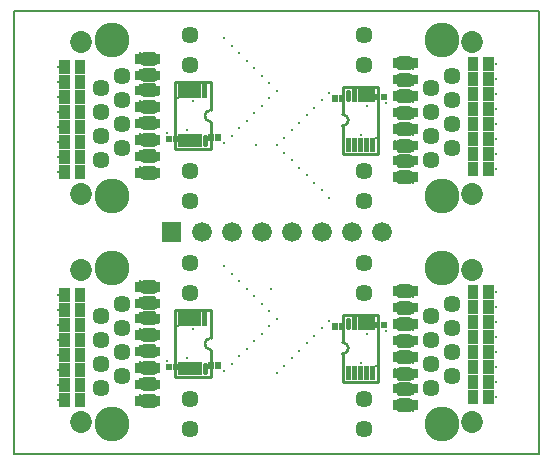
<source format=gbr>
G04 This is an RS-274x file exported by *
G04 gerbv version 2.7.0 *
G04 More information is available about gerbv at *
G04 http://gerbv.geda-project.org/ *
G04 --End of header info--*
%MOIN*%
%FSLAX36Y36*%
%IPPOS*%
G04 --Define apertures--*
%ADD10C,0.0060*%
%ADD11C,0.0100*%
%ADD12C,0.0572*%
%ADD13C,0.1162*%
%ADD14C,0.0729*%
%ADD15C,0.0660*%
%ADD16C,0.0001*%
%ADD17C,0.0200*%
%ADD18C,0.0180*%
%ADD19C,0.0350*%
%ADD20C,0.0940*%
%ADD21C,0.0510*%
%ADD22C,0.0380*%
%ADD23C,0.0130*%
G04 --Start main section--*
G54D10*
G01X0491000Y1077000D02*
G01X0499000Y1069000D01*
G01X0456000Y1077000D02*
G01X0491000Y1077000D01*
G01X0449000Y1070000D02*
G01X0456000Y1077000D01*
G01X0457000Y1037000D02*
G01X0450000Y1044000D01*
G01X0457000Y1037000D02*
G01X0492000Y1037000D01*
G01X0499000Y1044000D02*
G01X0492000Y1037000D01*
G01X0491000Y1022000D02*
G01X0499000Y1014000D01*
G01X0456000Y1022000D02*
G01X0491000Y1022000D01*
G01X0449000Y1015000D02*
G01X0456000Y1022000D01*
G01X0457000Y0982000D02*
G01X0450000Y0989000D01*
G01X0457000Y0982000D02*
G01X0492000Y0982000D01*
G01X0499000Y0989000D02*
G01X0492000Y0982000D01*
G01X0491000Y0972000D02*
G01X0499000Y0964000D01*
G01X0456000Y0972000D02*
G01X0491000Y0972000D01*
G01X0449000Y0965000D02*
G01X0456000Y0972000D01*
G01X0457000Y0932000D02*
G01X0450000Y0939000D01*
G01X0457000Y0932000D02*
G01X0492000Y0932000D01*
G01X0499000Y0939000D02*
G01X0492000Y0932000D01*
G01X0491000Y0917000D02*
G01X0499000Y0909000D01*
G01X0456000Y0917000D02*
G01X0491000Y0917000D01*
G01X0449000Y0910000D02*
G01X0456000Y0917000D01*
G01X0457000Y0877000D02*
G01X0450000Y0884000D01*
G01X0457000Y0877000D02*
G01X0492000Y0877000D01*
G01X0499000Y0884000D02*
G01X0492000Y0877000D01*
G01X0491000Y0862000D02*
G01X0499000Y0854000D01*
G01X0456000Y0862000D02*
G01X0491000Y0862000D01*
G01X0449000Y0855000D02*
G01X0456000Y0862000D01*
G01X0457000Y0822000D02*
G01X0450000Y0829000D01*
G01X0457000Y0822000D02*
G01X0492000Y0822000D01*
G01X0499000Y0829000D02*
G01X0492000Y0822000D01*
G01X0491000Y0807000D02*
G01X0499000Y0799000D01*
G01X0456000Y0807000D02*
G01X0491000Y0807000D01*
G01X0449000Y0800000D02*
G01X0456000Y0807000D01*
G01X0457000Y0767000D02*
G01X0450000Y0774000D01*
G01X0457000Y0767000D02*
G01X0492000Y0767000D01*
G01X0499000Y0774000D02*
G01X0492000Y0767000D01*
G01X0491000Y0752000D02*
G01X0499000Y0744000D01*
G01X0456000Y0752000D02*
G01X0491000Y0752000D01*
G01X0449000Y0745000D02*
G01X0456000Y0752000D01*
G01X0457000Y0712000D02*
G01X0450000Y0719000D01*
G01X0457000Y0712000D02*
G01X0492000Y0712000D01*
G01X0499000Y0719000D02*
G01X0492000Y0712000D01*
G01X0491000Y0697000D02*
G01X0499000Y0689000D01*
G01X0456000Y0697000D02*
G01X0491000Y0697000D01*
G01X0449000Y0690000D02*
G01X0456000Y0697000D01*
G01X0457000Y0657000D02*
G01X0450000Y0664000D01*
G01X0457000Y0657000D02*
G01X0492000Y0657000D01*
G01X0499000Y0664000D02*
G01X0492000Y0657000D01*
G54D11*
G01X0680000Y0756000D02*
G01X0680000Y0848000D01*
G01X0680000Y0886000D02*
G01X0680000Y0979000D01*
G01X0562000Y0979000D02*
G01X0680000Y0979000D01*
G01X0562000Y0756000D02*
G01X0562000Y0979000D01*
G01X0562000Y0756000D02*
G01X0680000Y0756000D01*
G01X0680000Y0886000D02*
G75*
G03X0680000Y0848000I0000000J-019000D01*
G54D10*
G01X0491000Y1567000D02*
G01X0499000Y1559000D01*
G01X0456000Y1567000D02*
G01X0491000Y1567000D01*
G01X0449000Y1560000D02*
G01X0456000Y1567000D01*
G01X0457000Y1527000D02*
G01X0450000Y1534000D01*
G01X0457000Y1527000D02*
G01X0492000Y1527000D01*
G01X0499000Y1534000D02*
G01X0492000Y1527000D01*
G01X0491000Y1837000D02*
G01X0499000Y1829000D01*
G01X0456000Y1837000D02*
G01X0491000Y1837000D01*
G01X0449000Y1830000D02*
G01X0456000Y1837000D01*
G01X0457000Y1797000D02*
G01X0450000Y1804000D01*
G01X0457000Y1797000D02*
G01X0492000Y1797000D01*
G01X0499000Y1804000D02*
G01X0492000Y1797000D01*
G01X0491000Y1782000D02*
G01X0499000Y1774000D01*
G01X0456000Y1782000D02*
G01X0491000Y1782000D01*
G01X0449000Y1775000D02*
G01X0456000Y1782000D01*
G01X0457000Y1742000D02*
G01X0450000Y1749000D01*
G01X0457000Y1742000D02*
G01X0492000Y1742000D01*
G01X0499000Y1749000D02*
G01X0492000Y1742000D01*
G01X0491000Y1732000D02*
G01X0499000Y1724000D01*
G01X0456000Y1732000D02*
G01X0491000Y1732000D01*
G01X0449000Y1725000D02*
G01X0456000Y1732000D01*
G01X0457000Y1692000D02*
G01X0450000Y1699000D01*
G01X0457000Y1692000D02*
G01X0492000Y1692000D01*
G01X0499000Y1699000D02*
G01X0492000Y1692000D01*
G01X0491000Y1677000D02*
G01X0499000Y1669000D01*
G01X0456000Y1677000D02*
G01X0491000Y1677000D01*
G01X0449000Y1670000D02*
G01X0456000Y1677000D01*
G01X0457000Y1637000D02*
G01X0450000Y1644000D01*
G01X0457000Y1637000D02*
G01X0492000Y1637000D01*
G01X0499000Y1644000D02*
G01X0492000Y1637000D01*
G01X0491000Y1622000D02*
G01X0499000Y1614000D01*
G01X0456000Y1622000D02*
G01X0491000Y1622000D01*
G01X0449000Y1615000D02*
G01X0456000Y1622000D01*
G01X0457000Y1582000D02*
G01X0450000Y1589000D01*
G01X0457000Y1582000D02*
G01X0492000Y1582000D01*
G01X0499000Y1589000D02*
G01X0492000Y1582000D01*
G01X0491000Y1512000D02*
G01X0499000Y1504000D01*
G01X0456000Y1512000D02*
G01X0491000Y1512000D01*
G01X0449000Y1505000D02*
G01X0456000Y1512000D01*
G01X0457000Y1472000D02*
G01X0450000Y1479000D01*
G01X0457000Y1472000D02*
G01X0492000Y1472000D01*
G01X0499000Y1479000D02*
G01X0492000Y1472000D01*
G54D11*
G01X0680000Y1516000D02*
G01X0680000Y1608000D01*
G01X0680000Y1646000D02*
G01X0680000Y1739000D01*
G01X0562000Y1739000D02*
G01X0680000Y1739000D01*
G01X0562000Y1516000D02*
G01X0562000Y1739000D01*
G01X0562000Y1516000D02*
G01X0680000Y1516000D01*
G01X0680000Y1646000D02*
G75*
G03X0680000Y1608000I0000000J-019000D01*
G54D10*
G01X0491000Y1457000D02*
G01X0499000Y1449000D01*
G01X0456000Y1457000D02*
G01X0491000Y1457000D01*
G01X0449000Y1450000D02*
G01X0456000Y1457000D01*
G01X0457000Y1417000D02*
G01X0450000Y1424000D01*
G01X0457000Y1417000D02*
G01X0492000Y1417000D01*
G01X0499000Y1424000D02*
G01X0492000Y1417000D01*
G01X1309000Y0912690D02*
G01X1301000Y0920690D01*
G01X1309000Y0912690D02*
G01X1344000Y0912690D01*
G01X1351000Y0919690D02*
G01X1344000Y0912690D01*
G01X1343000Y0952690D02*
G01X1350000Y0945690D01*
G01X1308000Y0952690D02*
G01X1343000Y0952690D01*
G01X1301000Y0945690D02*
G01X1308000Y0952690D01*
G01X1309000Y0967690D02*
G01X1301000Y0975690D01*
G01X1309000Y0967690D02*
G01X1344000Y0967690D01*
G01X1351000Y0974690D02*
G01X1344000Y0967690D01*
G01X1343000Y1007690D02*
G01X1350000Y1000690D01*
G01X1308000Y1007690D02*
G01X1343000Y1007690D01*
G01X1301000Y1000690D02*
G01X1308000Y1007690D01*
G01X1309000Y1022690D02*
G01X1301000Y1030690D01*
G01X1309000Y1022690D02*
G01X1344000Y1022690D01*
G01X1351000Y1029690D02*
G01X1344000Y1022690D01*
G01X1343000Y1062690D02*
G01X1350000Y1055690D01*
G01X1308000Y1062690D02*
G01X1343000Y1062690D01*
G01X1301000Y1055690D02*
G01X1308000Y1062690D01*
G01X1309000Y0642690D02*
G01X1301000Y0650690D01*
G01X1309000Y0642690D02*
G01X1344000Y0642690D01*
G01X1351000Y0649690D02*
G01X1344000Y0642690D01*
G01X1343000Y0682690D02*
G01X1350000Y0675690D01*
G01X1308000Y0682690D02*
G01X1343000Y0682690D01*
G01X1301000Y0675690D02*
G01X1308000Y0682690D01*
G01X1309000Y0697690D02*
G01X1301000Y0705690D01*
G01X1309000Y0697690D02*
G01X1344000Y0697690D01*
G01X1351000Y0704690D02*
G01X1344000Y0697690D01*
G01X1343000Y0737690D02*
G01X1350000Y0730690D01*
G01X1308000Y0737690D02*
G01X1343000Y0737690D01*
G01X1301000Y0730690D02*
G01X1308000Y0737690D01*
G01X1309000Y0747690D02*
G01X1301000Y0755690D01*
G01X1309000Y0747690D02*
G01X1344000Y0747690D01*
G01X1351000Y0754690D02*
G01X1344000Y0747690D01*
G01X1343000Y0787690D02*
G01X1350000Y0780690D01*
G01X1308000Y0787690D02*
G01X1343000Y0787690D01*
G01X1301000Y0780690D02*
G01X1308000Y0787690D01*
G01X1309000Y0802690D02*
G01X1301000Y0810690D01*
G01X1309000Y0802690D02*
G01X1344000Y0802690D01*
G01X1351000Y0809690D02*
G01X1344000Y0802690D01*
G01X1343000Y0842690D02*
G01X1350000Y0835690D01*
G01X1308000Y0842690D02*
G01X1343000Y0842690D01*
G01X1301000Y0835690D02*
G01X1308000Y0842690D01*
G01X1309000Y0857690D02*
G01X1301000Y0865690D01*
G01X1309000Y0857690D02*
G01X1344000Y0857690D01*
G01X1351000Y0864690D02*
G01X1344000Y0857690D01*
G01X1343000Y0897690D02*
G01X1350000Y0890690D01*
G01X1308000Y0897690D02*
G01X1343000Y0897690D01*
G01X1301000Y0890690D02*
G01X1308000Y0897690D01*
G54D11*
G01X1120000Y0963690D02*
G01X1120000Y0871690D01*
G01X1120000Y0833690D02*
G01X1120000Y0740690D01*
G01X1120000Y0740690D02*
G01X1238000Y0740690D01*
G01X1238000Y0963690D02*
G01X1238000Y0740690D01*
G01X1120000Y0963690D02*
G01X1238000Y0963690D01*
G01X1120000Y0833690D02*
G75*
G03X1120000Y0871690I0000000J0019000D01*
G54D10*
G01X1309000Y1672690D02*
G01X1301000Y1680690D01*
G01X1309000Y1672690D02*
G01X1344000Y1672690D01*
G01X1351000Y1679690D02*
G01X1344000Y1672690D01*
G01X1343000Y1712690D02*
G01X1350000Y1705690D01*
G01X1308000Y1712690D02*
G01X1343000Y1712690D01*
G01X1301000Y1705690D02*
G01X1308000Y1712690D01*
G01X1309000Y1727690D02*
G01X1301000Y1735690D01*
G01X1309000Y1727690D02*
G01X1344000Y1727690D01*
G01X1351000Y1734690D02*
G01X1344000Y1727690D01*
G01X1343000Y1767690D02*
G01X1350000Y1760690D01*
G01X1308000Y1767690D02*
G01X1343000Y1767690D01*
G01X1301000Y1760690D02*
G01X1308000Y1767690D01*
G01X1309000Y1782690D02*
G01X1301000Y1790690D01*
G01X1309000Y1782690D02*
G01X1344000Y1782690D01*
G01X1351000Y1789690D02*
G01X1344000Y1782690D01*
G01X1343000Y1822690D02*
G01X1350000Y1815690D01*
G01X1308000Y1822690D02*
G01X1343000Y1822690D01*
G01X1301000Y1815690D02*
G01X1308000Y1822690D01*
G01X1309000Y1617690D02*
G01X1301000Y1625690D01*
G01X1309000Y1617690D02*
G01X1344000Y1617690D01*
G01X1351000Y1624690D02*
G01X1344000Y1617690D01*
G01X1343000Y1657690D02*
G01X1350000Y1650690D01*
G01X1308000Y1657690D02*
G01X1343000Y1657690D01*
G01X1301000Y1650690D02*
G01X1308000Y1657690D01*
G54D11*
G01X1120000Y1723690D02*
G01X1120000Y1631690D01*
G01X1120000Y1593690D02*
G01X1120000Y1500690D01*
G01X1120000Y1500690D02*
G01X1238000Y1500690D01*
G01X1238000Y1723690D02*
G01X1238000Y1500690D01*
G01X1120000Y1723690D02*
G01X1238000Y1723690D01*
G01X1120000Y1593690D02*
G75*
G03X1120000Y1631690I0000000J0019000D01*
G54D10*
G01X1309000Y1402690D02*
G01X1301000Y1410690D01*
G01X1309000Y1402690D02*
G01X1344000Y1402690D01*
G01X1351000Y1409690D02*
G01X1344000Y1402690D01*
G01X1343000Y1442690D02*
G01X1350000Y1435690D01*
G01X1308000Y1442690D02*
G01X1343000Y1442690D01*
G01X1301000Y1435690D02*
G01X1308000Y1442690D01*
G01X1309000Y1457690D02*
G01X1301000Y1465690D01*
G01X1309000Y1457690D02*
G01X1344000Y1457690D01*
G01X1351000Y1464690D02*
G01X1344000Y1457690D01*
G01X1343000Y1497690D02*
G01X1350000Y1490690D01*
G01X1308000Y1497690D02*
G01X1343000Y1497690D01*
G01X1301000Y1490690D02*
G01X1308000Y1497690D01*
G01X1309000Y1507690D02*
G01X1301000Y1515690D01*
G01X1309000Y1507690D02*
G01X1344000Y1507690D01*
G01X1351000Y1514690D02*
G01X1344000Y1507690D01*
G01X1343000Y1547690D02*
G01X1350000Y1540690D01*
G01X1308000Y1547690D02*
G01X1343000Y1547690D01*
G01X1301000Y1540690D02*
G01X1308000Y1547690D01*
G01X1309000Y1562690D02*
G01X1301000Y1570690D01*
G01X1309000Y1562690D02*
G01X1344000Y1562690D01*
G01X1351000Y1569690D02*
G01X1344000Y1562690D01*
G01X1343000Y1602690D02*
G01X1350000Y1595690D01*
G01X1308000Y1602690D02*
G01X1343000Y1602690D01*
G01X1301000Y1595690D02*
G01X1308000Y1602690D01*
G01X0000000Y0000000D02*
G01X0025000Y1975000D02*
G01X0025000Y0500000D01*
G01X0025000Y0500000D02*
G01X1775000Y0500000D01*
G01X1775000Y0500000D02*
G01X1775000Y1975000D01*
G01X1775000Y1975000D02*
G01X0025000Y1975000D01*
G01X0000000Y0000000D02*
G54D12*
G01X0609840Y1035040D03*
G01X0609840Y1135430D03*
G54D13*
G01X0350000Y1119690D03*
G01X0350000Y1360000D03*
G54D14*
G01X0249610Y1111810D03*
G01X0249610Y1367870D03*
G54D15*
G01X0850000Y1240000D03*
G01X0950000Y1240000D03*
G01X1050000Y1240000D03*
G01X1150000Y1240000D03*
G54D16*
G36*
G01X0517000Y1273000D02*
G01X0517000Y1207000D01*
G01X0583000Y1207000D01*
G01X0583000Y1273000D01*
G01X0517000Y1273000D01*
G37*
G54D15*
G01X0650000Y1240000D03*
G01X0750000Y1240000D03*
G01X1250000Y1240000D03*
G54D12*
G01X1190160Y1135430D03*
G01X0609840Y0684650D03*
G01X0609840Y0584250D03*
G01X0385430Y1000390D03*
G01X0314570Y0799610D03*
G01X0314570Y0960240D03*
G01X0314570Y0879920D03*
G01X0385430Y0920080D03*
G01X0385430Y0759450D03*
G01X0385430Y0839760D03*
G01X0314570Y0719290D03*
G54D13*
G01X0350000Y0600000D03*
G54D14*
G01X0249610Y0607870D03*
G54D12*
G01X1190160Y0684650D03*
G01X1190160Y0584250D03*
G01X1190160Y1444650D03*
G01X1190160Y1795040D03*
G01X1190160Y1344250D03*
G01X1190160Y1895430D03*
G01X1190160Y1035040D03*
G01X1414570Y0960240D03*
G01X1485430Y1000390D03*
G01X1485430Y0920080D03*
G01X1414570Y0719290D03*
G01X1414570Y0799610D03*
G01X1414570Y0879920D03*
G01X1485430Y0759450D03*
G01X1485430Y0839760D03*
G54D13*
G01X1450000Y0600000D03*
G54D14*
G01X1550390Y0607870D03*
G54D13*
G01X1450000Y1119690D03*
G54D12*
G01X1485430Y1519450D03*
G01X1485430Y1599760D03*
G54D13*
G01X1450000Y1360000D03*
G01X1450000Y1879690D03*
G54D14*
G01X1550390Y1111810D03*
G01X1550390Y1871810D03*
G01X1550390Y1367870D03*
G54D12*
G01X0609840Y1795040D03*
G01X0609840Y1895430D03*
G01X0385430Y1760390D03*
G01X0385430Y1680080D03*
G01X0385430Y1519450D03*
G01X0385430Y1599760D03*
G01X0609840Y1444650D03*
G01X0609840Y1344250D03*
G01X0314570Y1479290D03*
G01X0314570Y1559610D03*
G01X0314570Y1720240D03*
G01X0314570Y1639920D03*
G54D13*
G01X0350000Y1879690D03*
G54D14*
G01X0249610Y1871810D03*
G54D12*
G01X1414570Y1479290D03*
G01X1414570Y1559610D03*
G01X1414570Y1720240D03*
G01X1414570Y1639920D03*
G01X1485430Y1760390D03*
G01X1485430Y1680080D03*
G54D17*
G01X1311000Y0919690D02*
G01X1341000Y0919690D01*
G01X1304000Y0926690D02*
G01X1311000Y0919690D01*
G54D16*
G36*
G01X1289000Y0936690D02*
G01X1289000Y0916690D01*
G01X1314000Y0916690D01*
G01X1314000Y0936690D01*
G01X1289000Y0936690D01*
G37*
G54D17*
G01X1314000Y0919690D02*
G01X1320000Y0925690D01*
G01X1320000Y0925690D02*
G01X1326000Y0919690D01*
G01X1341000Y0919690D02*
G01X1348000Y0926690D01*
G54D16*
G36*
G01X1338000Y0936690D02*
G01X1338000Y0916690D01*
G01X1373000Y0916690D01*
G01X1373000Y0936690D01*
G01X1338000Y0936690D01*
G37*
G54D17*
G01X1332000Y0925690D02*
G01X1338000Y0919690D01*
G01X1326000Y0919690D02*
G01X1332000Y0925690D01*
G01X1304000Y0939690D02*
G01X1310000Y0945690D01*
G54D16*
G36*
G01X1289000Y0949690D02*
G01X1289000Y0929690D01*
G01X1314000Y0929690D01*
G01X1314000Y0949690D01*
G01X1289000Y0949690D01*
G37*
G54D17*
G01X1341000Y0945690D02*
G01X1347000Y0939690D01*
G01X1332000Y0938690D02*
G01X1339000Y0945690D01*
G01X1325000Y0945690D02*
G01X1332000Y0938690D01*
G01X1320000Y0938690D02*
G01X1327000Y0945690D01*
G01X1313000Y0945690D02*
G01X1320000Y0938690D01*
G54D16*
G36*
G01X1337000Y0949690D02*
G01X1337000Y0929690D01*
G01X1373000Y0929690D01*
G01X1373000Y0949690D01*
G01X1337000Y0949690D01*
G37*
G36*
G01X1572760Y0962370D02*
G01X1537240Y0962370D01*
G01X1537240Y0917010D01*
G01X1572760Y0917010D01*
G01X1572760Y0962370D01*
G37*
G36*
G01X1623940Y0962370D02*
G01X1588420Y0962370D01*
G01X1588420Y0917010D01*
G01X1623940Y0917010D01*
G01X1623940Y0962370D01*
G37*
G54D17*
G01X1310000Y0945690D02*
G01X1341000Y0945690D01*
G01X1339000Y0945690D02*
G01X1341000Y0945690D01*
G01X1311000Y0974690D02*
G01X1341000Y0974690D01*
G01X1304000Y0981690D02*
G01X1311000Y0974690D01*
G54D16*
G36*
G01X1289000Y0991690D02*
G01X1289000Y0971690D01*
G01X1314000Y0971690D01*
G01X1314000Y0991690D01*
G01X1289000Y0991690D01*
G37*
G54D17*
G01X1320000Y0980690D02*
G01X1326000Y0974690D01*
G01X1341000Y0974690D02*
G01X1348000Y0981690D01*
G54D16*
G36*
G01X1338000Y0991690D02*
G01X1338000Y0971690D01*
G01X1373000Y0971690D01*
G01X1373000Y0991690D01*
G01X1338000Y0991690D01*
G37*
G54D17*
G01X1332000Y0980690D02*
G01X1338000Y0974690D01*
G01X1326000Y0974690D02*
G01X1332000Y0980690D01*
G01X1314000Y0974690D02*
G01X1320000Y0980690D01*
G01X1310000Y1000690D02*
G01X1341000Y1000690D01*
G01X1339000Y1000690D02*
G01X1341000Y1000690D01*
G01X1304000Y0994690D02*
G01X1310000Y1000690D01*
G54D16*
G36*
G01X1289000Y1004690D02*
G01X1289000Y0984690D01*
G01X1314000Y0984690D01*
G01X1314000Y1004690D01*
G01X1289000Y1004690D01*
G37*
G54D17*
G01X1341000Y1000690D02*
G01X1347000Y0994690D01*
G54D16*
G36*
G01X1337000Y1004690D02*
G01X1337000Y0984690D01*
G01X1373000Y0984690D01*
G01X1373000Y1004690D01*
G01X1337000Y1004690D01*
G37*
G54D17*
G01X1332000Y0993690D02*
G01X1339000Y1000690D01*
G01X1325000Y1000690D02*
G01X1332000Y0993690D01*
G01X1320000Y0993690D02*
G01X1327000Y1000690D01*
G01X1313000Y1000690D02*
G01X1320000Y0993690D01*
G54D16*
G36*
G01X1572760Y1012370D02*
G01X1537240Y1012370D01*
G01X1537240Y0967010D01*
G01X1572760Y0967010D01*
G01X1572760Y1012370D01*
G37*
G36*
G01X1623940Y1012370D02*
G01X1588420Y1012370D01*
G01X1588420Y0967010D01*
G01X1623940Y0967010D01*
G01X1623940Y1012370D01*
G37*
G54D17*
G01X1311000Y1029690D02*
G01X1341000Y1029690D01*
G01X1304000Y1036690D02*
G01X1311000Y1029690D01*
G54D16*
G36*
G01X1289000Y1046690D02*
G01X1289000Y1026690D01*
G01X1314000Y1026690D01*
G01X1314000Y1046690D01*
G01X1289000Y1046690D01*
G37*
G54D17*
G01X1320000Y1035690D02*
G01X1326000Y1029690D01*
G01X1341000Y1029690D02*
G01X1348000Y1036690D01*
G54D16*
G36*
G01X1338000Y1046690D02*
G01X1338000Y1026690D01*
G01X1373000Y1026690D01*
G01X1373000Y1046690D01*
G01X1338000Y1046690D01*
G37*
G54D17*
G01X1332000Y1035690D02*
G01X1338000Y1029690D01*
G01X1326000Y1029690D02*
G01X1332000Y1035690D01*
G01X1314000Y1029690D02*
G01X1320000Y1035690D01*
G01X1310000Y1055690D02*
G01X1341000Y1055690D01*
G01X1304000Y1049690D02*
G01X1310000Y1055690D01*
G54D16*
G36*
G01X1289000Y1059690D02*
G01X1289000Y1039690D01*
G01X1314000Y1039690D01*
G01X1314000Y1059690D01*
G01X1289000Y1059690D01*
G37*
G54D17*
G01X1313000Y1055690D02*
G01X1320000Y1048690D01*
G01X1341000Y1055690D02*
G01X1347000Y1049690D01*
G54D16*
G36*
G01X1337000Y1059690D02*
G01X1337000Y1039690D01*
G01X1373000Y1039690D01*
G01X1373000Y1059690D01*
G01X1337000Y1059690D01*
G37*
G54D17*
G01X1332000Y1048690D02*
G01X1339000Y1055690D01*
G01X1339000Y1055690D02*
G01X1341000Y1055690D01*
G54D16*
G36*
G01X1572760Y1062370D02*
G01X1537240Y1062370D01*
G01X1537240Y1017010D01*
G01X1572760Y1017010D01*
G01X1572760Y1062370D01*
G37*
G36*
G01X1623940Y1062370D02*
G01X1588420Y1062370D01*
G01X1588420Y1017010D01*
G01X1623940Y1017010D01*
G01X1623940Y1062370D01*
G37*
G54D17*
G01X1325000Y1055690D02*
G01X1332000Y1048690D01*
G01X1320000Y1048690D02*
G01X1327000Y1055690D01*
G54D16*
G36*
G01X1107750Y0935560D02*
G01X1107750Y0913820D01*
G01X1129490Y0913820D01*
G01X1129490Y0935560D01*
G01X1107750Y0935560D01*
G37*
G36*
G01X1084130Y0935560D02*
G01X1084130Y0913820D01*
G01X1105870Y0913820D01*
G01X1105870Y0935560D01*
G01X1084130Y0935560D01*
G37*
G54D18*
G01X1139000Y0947690D02*
G01X1139000Y0921690D01*
G54D16*
G36*
G01X1168000Y0956690D02*
G01X1150000Y0956690D01*
G01X1150000Y0912690D01*
G01X1168000Y0912690D01*
G01X1168000Y0956690D01*
G37*
G36*
G01X1188000Y0956690D02*
G01X1170000Y0956690D01*
G01X1170000Y0912690D01*
G01X1188000Y0912690D01*
G01X1188000Y0956690D01*
G37*
G36*
G01X1207000Y0956690D02*
G01X1189000Y0956690D01*
G01X1189000Y0912690D01*
G01X1207000Y0912690D01*
G01X1207000Y0956690D01*
G37*
G36*
G01X1227000Y0956690D02*
G01X1209000Y0956690D01*
G01X1209000Y0912690D01*
G01X1227000Y0912690D01*
G01X1227000Y0956690D01*
G37*
G36*
G01X1224130Y0940560D02*
G01X1224130Y0918820D01*
G01X1245870Y0918820D01*
G01X1245870Y0940560D01*
G01X1224130Y0940560D01*
G37*
G36*
G01X1247750Y0940560D02*
G01X1247750Y0918820D01*
G01X1269490Y0918820D01*
G01X1269490Y0940560D01*
G01X1247750Y0940560D01*
G37*
G54D17*
G01X1311000Y0649690D02*
G01X1341000Y0649690D01*
G01X1304000Y0656690D02*
G01X1311000Y0649690D01*
G54D16*
G36*
G01X1289000Y0666690D02*
G01X1289000Y0646690D01*
G01X1314000Y0646690D01*
G01X1314000Y0666690D01*
G01X1289000Y0666690D01*
G37*
G54D17*
G01X1314000Y0649690D02*
G01X1320000Y0655690D01*
G01X1320000Y0655690D02*
G01X1326000Y0649690D01*
G01X1341000Y0649690D02*
G01X1348000Y0656690D01*
G54D16*
G36*
G01X1338000Y0666690D02*
G01X1338000Y0646690D01*
G01X1373000Y0646690D01*
G01X1373000Y0666690D01*
G01X1338000Y0666690D01*
G37*
G54D17*
G01X1332000Y0655690D02*
G01X1338000Y0649690D01*
G01X1326000Y0649690D02*
G01X1332000Y0655690D01*
G01X1304000Y0669690D02*
G01X1310000Y0675690D01*
G54D16*
G36*
G01X1289000Y0679690D02*
G01X1289000Y0659690D01*
G01X1314000Y0659690D01*
G01X1314000Y0679690D01*
G01X1289000Y0679690D01*
G37*
G54D17*
G01X1341000Y0675690D02*
G01X1347000Y0669690D01*
G01X1332000Y0668690D02*
G01X1339000Y0675690D01*
G01X1325000Y0675690D02*
G01X1332000Y0668690D01*
G01X1320000Y0668690D02*
G01X1327000Y0675690D01*
G01X1313000Y0675690D02*
G01X1320000Y0668690D01*
G54D16*
G36*
G01X1337000Y0679690D02*
G01X1337000Y0659690D01*
G01X1373000Y0659690D01*
G01X1373000Y0679690D01*
G01X1337000Y0679690D01*
G37*
G54D17*
G01X1310000Y0675690D02*
G01X1341000Y0675690D01*
G01X1339000Y0675690D02*
G01X1341000Y0675690D01*
G01X1311000Y0704690D02*
G01X1341000Y0704690D01*
G01X1304000Y0711690D02*
G01X1311000Y0704690D01*
G54D16*
G36*
G01X1289000Y0721690D02*
G01X1289000Y0701690D01*
G01X1314000Y0701690D01*
G01X1314000Y0721690D01*
G01X1289000Y0721690D01*
G37*
G54D17*
G01X1320000Y0710690D02*
G01X1326000Y0704690D01*
G01X1341000Y0704690D02*
G01X1348000Y0711690D01*
G54D16*
G36*
G01X1338000Y0721690D02*
G01X1338000Y0701690D01*
G01X1373000Y0701690D01*
G01X1373000Y0721690D01*
G01X1338000Y0721690D01*
G37*
G54D17*
G01X1332000Y0710690D02*
G01X1338000Y0704690D01*
G01X1326000Y0704690D02*
G01X1332000Y0710690D01*
G01X1314000Y0704690D02*
G01X1320000Y0710690D01*
G54D16*
G36*
G01X1572760Y0712370D02*
G01X1537240Y0712370D01*
G01X1537240Y0667010D01*
G01X1572760Y0667010D01*
G01X1572760Y0712370D01*
G37*
G36*
G01X1623940Y0712370D02*
G01X1588420Y0712370D01*
G01X1588420Y0667010D01*
G01X1623940Y0667010D01*
G01X1623940Y0712370D01*
G37*
G54D17*
G01X1310000Y0730690D02*
G01X1341000Y0730690D01*
G01X1339000Y0730690D02*
G01X1341000Y0730690D01*
G01X1304000Y0724690D02*
G01X1310000Y0730690D01*
G54D16*
G36*
G01X1289000Y0734690D02*
G01X1289000Y0714690D01*
G01X1314000Y0714690D01*
G01X1314000Y0734690D01*
G01X1289000Y0734690D01*
G37*
G54D17*
G01X1341000Y0730690D02*
G01X1347000Y0724690D01*
G54D16*
G36*
G01X1337000Y0734690D02*
G01X1337000Y0714690D01*
G01X1373000Y0714690D01*
G01X1373000Y0734690D01*
G01X1337000Y0734690D01*
G37*
G54D17*
G01X1332000Y0723690D02*
G01X1339000Y0730690D01*
G01X1325000Y0730690D02*
G01X1332000Y0723690D01*
G01X1320000Y0723690D02*
G01X1327000Y0730690D01*
G01X1313000Y0730690D02*
G01X1320000Y0723690D01*
G01X1311000Y0754690D02*
G01X1341000Y0754690D01*
G01X1304000Y0761690D02*
G01X1311000Y0754690D01*
G54D16*
G36*
G01X1289000Y0771690D02*
G01X1289000Y0751690D01*
G01X1314000Y0751690D01*
G01X1314000Y0771690D01*
G01X1289000Y0771690D01*
G37*
G54D17*
G01X1320000Y0760690D02*
G01X1326000Y0754690D01*
G01X1341000Y0754690D02*
G01X1348000Y0761690D01*
G54D16*
G36*
G01X1338000Y0771690D02*
G01X1338000Y0751690D01*
G01X1373000Y0751690D01*
G01X1373000Y0771690D01*
G01X1338000Y0771690D01*
G37*
G54D17*
G01X1332000Y0760690D02*
G01X1338000Y0754690D01*
G01X1326000Y0754690D02*
G01X1332000Y0760690D01*
G01X1314000Y0754690D02*
G01X1320000Y0760690D01*
G01X1310000Y0780690D02*
G01X1341000Y0780690D01*
G01X1304000Y0774690D02*
G01X1310000Y0780690D01*
G54D16*
G36*
G01X1289000Y0784690D02*
G01X1289000Y0764690D01*
G01X1314000Y0764690D01*
G01X1314000Y0784690D01*
G01X1289000Y0784690D01*
G37*
G54D17*
G01X1313000Y0780690D02*
G01X1320000Y0773690D01*
G01X1325000Y0780690D02*
G01X1332000Y0773690D01*
G01X1320000Y0773690D02*
G01X1327000Y0780690D01*
G54D16*
G36*
G01X1228000Y0791690D02*
G01X1210000Y0791690D01*
G01X1210000Y0747690D01*
G01X1228000Y0747690D01*
G01X1228000Y0791690D01*
G37*
G36*
G01X1208000Y0791690D02*
G01X1190000Y0791690D01*
G01X1190000Y0747690D01*
G01X1208000Y0747690D01*
G01X1208000Y0791690D01*
G37*
G36*
G01X1188000Y0791690D02*
G01X1170000Y0791690D01*
G01X1170000Y0747690D01*
G01X1188000Y0747690D01*
G01X1188000Y0791690D01*
G37*
G36*
G01X1169000Y0791690D02*
G01X1151000Y0791690D01*
G01X1151000Y0747690D01*
G01X1169000Y0747690D01*
G01X1169000Y0791690D01*
G37*
G36*
G01X1149000Y0791690D02*
G01X1131000Y0791690D01*
G01X1131000Y0747690D01*
G01X1149000Y0747690D01*
G01X1149000Y0791690D01*
G37*
G54D17*
G01X1341000Y0780690D02*
G01X1347000Y0774690D01*
G54D16*
G36*
G01X1337000Y0784690D02*
G01X1337000Y0764690D01*
G01X1373000Y0764690D01*
G01X1373000Y0784690D01*
G01X1337000Y0784690D01*
G37*
G54D17*
G01X1332000Y0773690D02*
G01X1339000Y0780690D01*
G01X1339000Y0780690D02*
G01X1341000Y0780690D01*
G54D16*
G36*
G01X1572760Y0812370D02*
G01X1537240Y0812370D01*
G01X1537240Y0767010D01*
G01X1572760Y0767010D01*
G01X1572760Y0812370D01*
G37*
G36*
G01X1623940Y0812370D02*
G01X1588420Y0812370D01*
G01X1588420Y0767010D01*
G01X1623940Y0767010D01*
G01X1623940Y0812370D01*
G37*
G36*
G01X1572760Y0762370D02*
G01X1537240Y0762370D01*
G01X1537240Y0717010D01*
G01X1572760Y0717010D01*
G01X1572760Y0762370D01*
G37*
G36*
G01X1623940Y0762370D02*
G01X1588420Y0762370D01*
G01X1588420Y0717010D01*
G01X1623940Y0717010D01*
G01X1623940Y0762370D01*
G37*
G54D17*
G01X1311000Y0809690D02*
G01X1341000Y0809690D01*
G01X1341000Y0809690D02*
G01X1348000Y0816690D01*
G01X1332000Y0815690D02*
G01X1338000Y0809690D01*
G01X1326000Y0809690D02*
G01X1332000Y0815690D01*
G54D16*
G36*
G01X1289000Y0826690D02*
G01X1289000Y0806690D01*
G01X1314000Y0806690D01*
G01X1314000Y0826690D01*
G01X1289000Y0826690D01*
G37*
G54D17*
G01X1304000Y0816690D02*
G01X1311000Y0809690D01*
G01X1314000Y0809690D02*
G01X1320000Y0815690D01*
G01X1320000Y0815690D02*
G01X1326000Y0809690D01*
G01X1310000Y0835690D02*
G01X1341000Y0835690D01*
G01X1304000Y0829690D02*
G01X1310000Y0835690D01*
G54D16*
G36*
G01X1289000Y0839690D02*
G01X1289000Y0819690D01*
G01X1314000Y0819690D01*
G01X1314000Y0839690D01*
G01X1289000Y0839690D01*
G37*
G54D17*
G01X1325000Y0835690D02*
G01X1332000Y0828690D01*
G01X1320000Y0828690D02*
G01X1327000Y0835690D01*
G01X1313000Y0835690D02*
G01X1320000Y0828690D01*
G54D16*
G36*
G01X1338000Y0826690D02*
G01X1338000Y0806690D01*
G01X1373000Y0806690D01*
G01X1373000Y0826690D01*
G01X1338000Y0826690D01*
G37*
G54D17*
G01X1341000Y0835690D02*
G01X1347000Y0829690D01*
G54D16*
G36*
G01X1337000Y0839690D02*
G01X1337000Y0819690D01*
G01X1373000Y0819690D01*
G01X1373000Y0839690D01*
G01X1337000Y0839690D01*
G37*
G54D17*
G01X1332000Y0828690D02*
G01X1339000Y0835690D01*
G01X1339000Y0835690D02*
G01X1341000Y0835690D01*
G54D16*
G36*
G01X1572760Y0862370D02*
G01X1537240Y0862370D01*
G01X1537240Y0817010D01*
G01X1572760Y0817010D01*
G01X1572760Y0862370D01*
G37*
G36*
G01X1623940Y0862370D02*
G01X1588420Y0862370D01*
G01X1588420Y0817010D01*
G01X1623940Y0817010D01*
G01X1623940Y0862370D01*
G37*
G54D17*
G01X1311000Y0864690D02*
G01X1341000Y0864690D01*
G01X1304000Y0884690D02*
G01X1310000Y0890690D01*
G54D16*
G36*
G01X1289000Y0894690D02*
G01X1289000Y0874690D01*
G01X1314000Y0874690D01*
G01X1314000Y0894690D01*
G01X1289000Y0894690D01*
G37*
G54D17*
G01X1325000Y0890690D02*
G01X1332000Y0883690D01*
G01X1320000Y0883690D02*
G01X1327000Y0890690D01*
G01X1313000Y0890690D02*
G01X1320000Y0883690D01*
G01X1304000Y0871690D02*
G01X1311000Y0864690D01*
G54D16*
G36*
G01X1289000Y0881690D02*
G01X1289000Y0861690D01*
G01X1314000Y0861690D01*
G01X1314000Y0881690D01*
G01X1289000Y0881690D01*
G37*
G54D17*
G01X1314000Y0864690D02*
G01X1320000Y0870690D01*
G01X1320000Y0870690D02*
G01X1326000Y0864690D01*
G01X1341000Y0864690D02*
G01X1348000Y0871690D01*
G01X1332000Y0870690D02*
G01X1338000Y0864690D01*
G01X1326000Y0864690D02*
G01X1332000Y0870690D01*
G54D16*
G36*
G01X1338000Y0881690D02*
G01X1338000Y0861690D01*
G01X1373000Y0861690D01*
G01X1373000Y0881690D01*
G01X1338000Y0881690D01*
G37*
G36*
G01X1337000Y0894690D02*
G01X1337000Y0874690D01*
G01X1373000Y0874690D01*
G01X1373000Y0894690D01*
G01X1337000Y0894690D01*
G37*
G54D17*
G01X1310000Y0890690D02*
G01X1341000Y0890690D01*
G01X1341000Y0890690D02*
G01X1347000Y0884690D01*
G01X1332000Y0883690D02*
G01X1339000Y0890690D01*
G01X1339000Y0890690D02*
G01X1341000Y0890690D01*
G54D16*
G36*
G01X1572760Y0912370D02*
G01X1537240Y0912370D01*
G01X1537240Y0867010D01*
G01X1572760Y0867010D01*
G01X1572760Y0912370D01*
G37*
G36*
G01X1623940Y0912370D02*
G01X1588420Y0912370D01*
G01X1588420Y0867010D01*
G01X1623940Y0867010D01*
G01X1623940Y0912370D01*
G37*
G54D17*
G01X1311000Y1679690D02*
G01X1341000Y1679690D01*
G01X1304000Y1686690D02*
G01X1311000Y1679690D01*
G54D16*
G36*
G01X1289000Y1696690D02*
G01X1289000Y1676690D01*
G01X1314000Y1676690D01*
G01X1314000Y1696690D01*
G01X1289000Y1696690D01*
G37*
G54D17*
G01X1314000Y1679690D02*
G01X1320000Y1685690D01*
G01X1320000Y1685690D02*
G01X1326000Y1679690D01*
G01X1341000Y1679690D02*
G01X1348000Y1686690D01*
G54D16*
G36*
G01X1338000Y1696690D02*
G01X1338000Y1676690D01*
G01X1373000Y1676690D01*
G01X1373000Y1696690D01*
G01X1338000Y1696690D01*
G37*
G54D17*
G01X1332000Y1685690D02*
G01X1338000Y1679690D01*
G01X1326000Y1679690D02*
G01X1332000Y1685690D01*
G01X1310000Y1705690D02*
G01X1341000Y1705690D01*
G01X1341000Y1705690D02*
G01X1347000Y1699690D01*
G54D16*
G36*
G01X1337000Y1709690D02*
G01X1337000Y1689690D01*
G01X1373000Y1689690D01*
G01X1373000Y1709690D01*
G01X1337000Y1709690D01*
G37*
G54D17*
G01X1332000Y1698690D02*
G01X1339000Y1705690D01*
G01X1304000Y1699690D02*
G01X1310000Y1705690D01*
G54D16*
G36*
G01X1289000Y1709690D02*
G01X1289000Y1689690D01*
G01X1314000Y1689690D01*
G01X1314000Y1709690D01*
G01X1289000Y1709690D01*
G37*
G54D17*
G01X1339000Y1705690D02*
G01X1341000Y1705690D01*
G01X1325000Y1705690D02*
G01X1332000Y1698690D01*
G01X1320000Y1698690D02*
G01X1327000Y1705690D01*
G01X1313000Y1705690D02*
G01X1320000Y1698690D01*
G01X1311000Y1734690D02*
G01X1341000Y1734690D01*
G01X1304000Y1741690D02*
G01X1311000Y1734690D01*
G54D16*
G36*
G01X1289000Y1751690D02*
G01X1289000Y1731690D01*
G01X1314000Y1731690D01*
G01X1314000Y1751690D01*
G01X1289000Y1751690D01*
G37*
G54D17*
G01X1314000Y1734690D02*
G01X1320000Y1740690D01*
G01X1320000Y1740690D02*
G01X1326000Y1734690D01*
G01X1341000Y1734690D02*
G01X1348000Y1741690D01*
G54D16*
G36*
G01X1338000Y1751690D02*
G01X1338000Y1731690D01*
G01X1373000Y1731690D01*
G01X1373000Y1751690D01*
G01X1338000Y1751690D01*
G37*
G54D17*
G01X1332000Y1740690D02*
G01X1338000Y1734690D01*
G01X1326000Y1734690D02*
G01X1332000Y1740690D01*
G01X1304000Y1754690D02*
G01X1310000Y1760690D01*
G54D16*
G36*
G01X1289000Y1764690D02*
G01X1289000Y1744690D01*
G01X1314000Y1744690D01*
G01X1314000Y1764690D01*
G01X1289000Y1764690D01*
G37*
G54D17*
G01X1341000Y1760690D02*
G01X1347000Y1754690D01*
G01X1332000Y1753690D02*
G01X1339000Y1760690D01*
G01X1325000Y1760690D02*
G01X1332000Y1753690D01*
G01X1320000Y1753690D02*
G01X1327000Y1760690D01*
G01X1313000Y1760690D02*
G01X1320000Y1753690D01*
G54D16*
G36*
G01X1337000Y1764690D02*
G01X1337000Y1744690D01*
G01X1373000Y1744690D01*
G01X1373000Y1764690D01*
G01X1337000Y1764690D01*
G37*
G54D17*
G01X1310000Y1760690D02*
G01X1341000Y1760690D01*
G01X1339000Y1760690D02*
G01X1341000Y1760690D01*
G01X1311000Y1789690D02*
G01X1341000Y1789690D01*
G01X1304000Y1796690D02*
G01X1311000Y1789690D01*
G54D16*
G36*
G01X1289000Y1806690D02*
G01X1289000Y1786690D01*
G01X1314000Y1786690D01*
G01X1314000Y1806690D01*
G01X1289000Y1806690D01*
G37*
G54D17*
G01X1320000Y1795690D02*
G01X1326000Y1789690D01*
G01X1341000Y1789690D02*
G01X1348000Y1796690D01*
G54D16*
G36*
G01X1338000Y1806690D02*
G01X1338000Y1786690D01*
G01X1373000Y1786690D01*
G01X1373000Y1806690D01*
G01X1338000Y1806690D01*
G37*
G54D17*
G01X1332000Y1795690D02*
G01X1338000Y1789690D01*
G01X1326000Y1789690D02*
G01X1332000Y1795690D01*
G01X1314000Y1789690D02*
G01X1320000Y1795690D01*
G01X1310000Y1815690D02*
G01X1341000Y1815690D01*
G01X1339000Y1815690D02*
G01X1341000Y1815690D01*
G01X1304000Y1809690D02*
G01X1310000Y1815690D01*
G54D16*
G36*
G01X1289000Y1819690D02*
G01X1289000Y1799690D01*
G01X1314000Y1799690D01*
G01X1314000Y1819690D01*
G01X1289000Y1819690D01*
G37*
G54D17*
G01X1341000Y1815690D02*
G01X1347000Y1809690D01*
G54D16*
G36*
G01X1337000Y1819690D02*
G01X1337000Y1799690D01*
G01X1373000Y1799690D01*
G01X1373000Y1819690D01*
G01X1337000Y1819690D01*
G37*
G54D17*
G01X1332000Y1808690D02*
G01X1339000Y1815690D01*
G01X1325000Y1815690D02*
G01X1332000Y1808690D01*
G01X1320000Y1808690D02*
G01X1327000Y1815690D01*
G01X1313000Y1815690D02*
G01X1320000Y1808690D01*
G54D16*
G36*
G01X1107750Y1695560D02*
G01X1107750Y1673820D01*
G01X1129490Y1673820D01*
G01X1129490Y1695560D01*
G01X1107750Y1695560D01*
G37*
G36*
G01X1084130Y1695560D02*
G01X1084130Y1673820D01*
G01X1105870Y1673820D01*
G01X1105870Y1695560D01*
G01X1084130Y1695560D01*
G37*
G54D18*
G01X1139000Y1707690D02*
G01X1139000Y1681690D01*
G54D16*
G36*
G01X1168000Y1716690D02*
G01X1150000Y1716690D01*
G01X1150000Y1672690D01*
G01X1168000Y1672690D01*
G01X1168000Y1716690D01*
G37*
G36*
G01X1188000Y1716690D02*
G01X1170000Y1716690D01*
G01X1170000Y1672690D01*
G01X1188000Y1672690D01*
G01X1188000Y1716690D01*
G37*
G36*
G01X1207000Y1716690D02*
G01X1189000Y1716690D01*
G01X1189000Y1672690D01*
G01X1207000Y1672690D01*
G01X1207000Y1716690D01*
G37*
G36*
G01X1227000Y1716690D02*
G01X1209000Y1716690D01*
G01X1209000Y1672690D01*
G01X1227000Y1672690D01*
G01X1227000Y1716690D01*
G37*
G36*
G01X1224130Y1700560D02*
G01X1224130Y1678820D01*
G01X1245870Y1678820D01*
G01X1245870Y1700560D01*
G01X1224130Y1700560D01*
G37*
G36*
G01X1247750Y1700560D02*
G01X1247750Y1678820D01*
G01X1269490Y1678820D01*
G01X1269490Y1700560D01*
G01X1247750Y1700560D01*
G37*
G36*
G01X1572760Y1822370D02*
G01X1537240Y1822370D01*
G01X1537240Y1777010D01*
G01X1572760Y1777010D01*
G01X1572760Y1822370D01*
G37*
G36*
G01X1623940Y1822370D02*
G01X1588420Y1822370D01*
G01X1588420Y1777010D01*
G01X1623940Y1777010D01*
G01X1623940Y1822370D01*
G37*
G36*
G01X1572760Y1722370D02*
G01X1537240Y1722370D01*
G01X1537240Y1677010D01*
G01X1572760Y1677010D01*
G01X1572760Y1722370D01*
G37*
G36*
G01X1623940Y1722370D02*
G01X1588420Y1722370D01*
G01X1588420Y1677010D01*
G01X1623940Y1677010D01*
G01X1623940Y1722370D01*
G37*
G36*
G01X1572760Y1772370D02*
G01X1537240Y1772370D01*
G01X1537240Y1727010D01*
G01X1572760Y1727010D01*
G01X1572760Y1772370D01*
G37*
G36*
G01X1623940Y1772370D02*
G01X1588420Y1772370D01*
G01X1588420Y1727010D01*
G01X1623940Y1727010D01*
G01X1623940Y1772370D01*
G37*
G54D17*
G01X1311000Y1409690D02*
G01X1341000Y1409690D01*
G01X1304000Y1416690D02*
G01X1311000Y1409690D01*
G54D16*
G36*
G01X1289000Y1426690D02*
G01X1289000Y1406690D01*
G01X1314000Y1406690D01*
G01X1314000Y1426690D01*
G01X1289000Y1426690D01*
G37*
G54D17*
G01X1314000Y1409690D02*
G01X1320000Y1415690D01*
G01X1320000Y1415690D02*
G01X1326000Y1409690D01*
G01X1341000Y1409690D02*
G01X1348000Y1416690D01*
G54D16*
G36*
G01X1338000Y1426690D02*
G01X1338000Y1406690D01*
G01X1373000Y1406690D01*
G01X1373000Y1426690D01*
G01X1338000Y1426690D01*
G37*
G54D17*
G01X1332000Y1415690D02*
G01X1338000Y1409690D01*
G01X1326000Y1409690D02*
G01X1332000Y1415690D01*
G01X1304000Y1429690D02*
G01X1310000Y1435690D01*
G54D16*
G36*
G01X1289000Y1439690D02*
G01X1289000Y1419690D01*
G01X1314000Y1419690D01*
G01X1314000Y1439690D01*
G01X1289000Y1439690D01*
G37*
G54D17*
G01X1341000Y1435690D02*
G01X1347000Y1429690D01*
G01X1332000Y1428690D02*
G01X1339000Y1435690D01*
G01X1325000Y1435690D02*
G01X1332000Y1428690D01*
G01X1320000Y1428690D02*
G01X1327000Y1435690D01*
G01X1313000Y1435690D02*
G01X1320000Y1428690D01*
G54D16*
G36*
G01X1337000Y1439690D02*
G01X1337000Y1419690D01*
G01X1373000Y1419690D01*
G01X1373000Y1439690D01*
G01X1337000Y1439690D01*
G37*
G54D17*
G01X1310000Y1435690D02*
G01X1341000Y1435690D01*
G01X1339000Y1435690D02*
G01X1341000Y1435690D01*
G01X1311000Y1464690D02*
G01X1341000Y1464690D01*
G01X1304000Y1471690D02*
G01X1311000Y1464690D01*
G54D16*
G36*
G01X1289000Y1481690D02*
G01X1289000Y1461690D01*
G01X1314000Y1461690D01*
G01X1314000Y1481690D01*
G01X1289000Y1481690D01*
G37*
G54D17*
G01X1320000Y1470690D02*
G01X1326000Y1464690D01*
G01X1341000Y1464690D02*
G01X1348000Y1471690D01*
G54D16*
G36*
G01X1338000Y1481690D02*
G01X1338000Y1461690D01*
G01X1373000Y1461690D01*
G01X1373000Y1481690D01*
G01X1338000Y1481690D01*
G37*
G54D17*
G01X1332000Y1470690D02*
G01X1338000Y1464690D01*
G01X1326000Y1464690D02*
G01X1332000Y1470690D01*
G01X1314000Y1464690D02*
G01X1320000Y1470690D01*
G54D16*
G36*
G01X1572760Y1472370D02*
G01X1537240Y1472370D01*
G01X1537240Y1427010D01*
G01X1572760Y1427010D01*
G01X1572760Y1472370D01*
G37*
G36*
G01X1623940Y1472370D02*
G01X1588420Y1472370D01*
G01X1588420Y1427010D01*
G01X1623940Y1427010D01*
G01X1623940Y1472370D01*
G37*
G54D17*
G01X1310000Y1490690D02*
G01X1341000Y1490690D01*
G01X1339000Y1490690D02*
G01X1341000Y1490690D01*
G01X1304000Y1484690D02*
G01X1310000Y1490690D01*
G54D16*
G36*
G01X1289000Y1494690D02*
G01X1289000Y1474690D01*
G01X1314000Y1474690D01*
G01X1314000Y1494690D01*
G01X1289000Y1494690D01*
G37*
G54D17*
G01X1341000Y1490690D02*
G01X1347000Y1484690D01*
G54D16*
G36*
G01X1337000Y1494690D02*
G01X1337000Y1474690D01*
G01X1373000Y1474690D01*
G01X1373000Y1494690D01*
G01X1337000Y1494690D01*
G37*
G54D17*
G01X1332000Y1483690D02*
G01X1339000Y1490690D01*
G01X1325000Y1490690D02*
G01X1332000Y1483690D01*
G01X1320000Y1483690D02*
G01X1327000Y1490690D01*
G01X1313000Y1490690D02*
G01X1320000Y1483690D01*
G01X1311000Y1514690D02*
G01X1341000Y1514690D01*
G01X1304000Y1521690D02*
G01X1311000Y1514690D01*
G54D16*
G36*
G01X1289000Y1531690D02*
G01X1289000Y1511690D01*
G01X1314000Y1511690D01*
G01X1314000Y1531690D01*
G01X1289000Y1531690D01*
G37*
G54D17*
G01X1320000Y1520690D02*
G01X1326000Y1514690D01*
G01X1341000Y1514690D02*
G01X1348000Y1521690D01*
G54D16*
G36*
G01X1338000Y1531690D02*
G01X1338000Y1511690D01*
G01X1373000Y1511690D01*
G01X1373000Y1531690D01*
G01X1338000Y1531690D01*
G37*
G54D17*
G01X1332000Y1520690D02*
G01X1338000Y1514690D01*
G01X1326000Y1514690D02*
G01X1332000Y1520690D01*
G01X1314000Y1514690D02*
G01X1320000Y1520690D01*
G01X1310000Y1540690D02*
G01X1341000Y1540690D01*
G01X1304000Y1534690D02*
G01X1310000Y1540690D01*
G54D16*
G36*
G01X1289000Y1544690D02*
G01X1289000Y1524690D01*
G01X1314000Y1524690D01*
G01X1314000Y1544690D01*
G01X1289000Y1544690D01*
G37*
G54D17*
G01X1313000Y1540690D02*
G01X1320000Y1533690D01*
G01X1325000Y1540690D02*
G01X1332000Y1533690D01*
G01X1320000Y1533690D02*
G01X1327000Y1540690D01*
G54D16*
G36*
G01X1228000Y1551690D02*
G01X1210000Y1551690D01*
G01X1210000Y1507690D01*
G01X1228000Y1507690D01*
G01X1228000Y1551690D01*
G37*
G36*
G01X1208000Y1551690D02*
G01X1190000Y1551690D01*
G01X1190000Y1507690D01*
G01X1208000Y1507690D01*
G01X1208000Y1551690D01*
G37*
G36*
G01X1188000Y1551690D02*
G01X1170000Y1551690D01*
G01X1170000Y1507690D01*
G01X1188000Y1507690D01*
G01X1188000Y1551690D01*
G37*
G36*
G01X1169000Y1551690D02*
G01X1151000Y1551690D01*
G01X1151000Y1507690D01*
G01X1169000Y1507690D01*
G01X1169000Y1551690D01*
G37*
G36*
G01X1149000Y1551690D02*
G01X1131000Y1551690D01*
G01X1131000Y1507690D01*
G01X1149000Y1507690D01*
G01X1149000Y1551690D01*
G37*
G54D17*
G01X1341000Y1540690D02*
G01X1347000Y1534690D01*
G54D16*
G36*
G01X1337000Y1544690D02*
G01X1337000Y1524690D01*
G01X1373000Y1524690D01*
G01X1373000Y1544690D01*
G01X1337000Y1544690D01*
G37*
G54D17*
G01X1332000Y1533690D02*
G01X1339000Y1540690D01*
G01X1339000Y1540690D02*
G01X1341000Y1540690D01*
G54D16*
G36*
G01X1572760Y1572370D02*
G01X1537240Y1572370D01*
G01X1537240Y1527010D01*
G01X1572760Y1527010D01*
G01X1572760Y1572370D01*
G37*
G36*
G01X1623940Y1572370D02*
G01X1588420Y1572370D01*
G01X1588420Y1527010D01*
G01X1623940Y1527010D01*
G01X1623940Y1572370D01*
G37*
G36*
G01X1572760Y1522370D02*
G01X1537240Y1522370D01*
G01X1537240Y1477010D01*
G01X1572760Y1477010D01*
G01X1572760Y1522370D01*
G37*
G36*
G01X1623940Y1522370D02*
G01X1588420Y1522370D01*
G01X1588420Y1477010D01*
G01X1623940Y1477010D01*
G01X1623940Y1522370D01*
G37*
G54D17*
G01X1311000Y1569690D02*
G01X1341000Y1569690D01*
G01X1341000Y1569690D02*
G01X1348000Y1576690D01*
G01X1332000Y1575690D02*
G01X1338000Y1569690D01*
G01X1326000Y1569690D02*
G01X1332000Y1575690D01*
G54D16*
G36*
G01X1289000Y1586690D02*
G01X1289000Y1566690D01*
G01X1314000Y1566690D01*
G01X1314000Y1586690D01*
G01X1289000Y1586690D01*
G37*
G54D17*
G01X1304000Y1576690D02*
G01X1311000Y1569690D01*
G01X1314000Y1569690D02*
G01X1320000Y1575690D01*
G01X1320000Y1575690D02*
G01X1326000Y1569690D01*
G01X1310000Y1595690D02*
G01X1341000Y1595690D01*
G01X1304000Y1589690D02*
G01X1310000Y1595690D01*
G54D16*
G36*
G01X1289000Y1599690D02*
G01X1289000Y1579690D01*
G01X1314000Y1579690D01*
G01X1314000Y1599690D01*
G01X1289000Y1599690D01*
G37*
G54D17*
G01X1325000Y1595690D02*
G01X1332000Y1588690D01*
G01X1320000Y1588690D02*
G01X1327000Y1595690D01*
G01X1313000Y1595690D02*
G01X1320000Y1588690D01*
G54D16*
G36*
G01X1338000Y1586690D02*
G01X1338000Y1566690D01*
G01X1373000Y1566690D01*
G01X1373000Y1586690D01*
G01X1338000Y1586690D01*
G37*
G54D17*
G01X1341000Y1595690D02*
G01X1347000Y1589690D01*
G54D16*
G36*
G01X1337000Y1599690D02*
G01X1337000Y1579690D01*
G01X1373000Y1579690D01*
G01X1373000Y1599690D01*
G01X1337000Y1599690D01*
G37*
G54D17*
G01X1332000Y1588690D02*
G01X1339000Y1595690D01*
G01X1339000Y1595690D02*
G01X1341000Y1595690D01*
G54D16*
G36*
G01X1572760Y1622370D02*
G01X1537240Y1622370D01*
G01X1537240Y1577010D01*
G01X1572760Y1577010D01*
G01X1572760Y1622370D01*
G37*
G36*
G01X1623940Y1622370D02*
G01X1588420Y1622370D01*
G01X1588420Y1577010D01*
G01X1623940Y1577010D01*
G01X1623940Y1622370D01*
G37*
G54D17*
G01X1311000Y1624690D02*
G01X1341000Y1624690D01*
G01X1304000Y1644690D02*
G01X1310000Y1650690D01*
G54D16*
G36*
G01X1289000Y1654690D02*
G01X1289000Y1634690D01*
G01X1314000Y1634690D01*
G01X1314000Y1654690D01*
G01X1289000Y1654690D01*
G37*
G54D17*
G01X1325000Y1650690D02*
G01X1332000Y1643690D01*
G01X1320000Y1643690D02*
G01X1327000Y1650690D01*
G01X1313000Y1650690D02*
G01X1320000Y1643690D01*
G01X1304000Y1631690D02*
G01X1311000Y1624690D01*
G54D16*
G36*
G01X1289000Y1641690D02*
G01X1289000Y1621690D01*
G01X1314000Y1621690D01*
G01X1314000Y1641690D01*
G01X1289000Y1641690D01*
G37*
G54D17*
G01X1314000Y1624690D02*
G01X1320000Y1630690D01*
G01X1320000Y1630690D02*
G01X1326000Y1624690D01*
G01X1341000Y1624690D02*
G01X1348000Y1631690D01*
G01X1332000Y1630690D02*
G01X1338000Y1624690D01*
G01X1326000Y1624690D02*
G01X1332000Y1630690D01*
G54D16*
G36*
G01X1338000Y1641690D02*
G01X1338000Y1621690D01*
G01X1373000Y1621690D01*
G01X1373000Y1641690D01*
G01X1338000Y1641690D01*
G37*
G36*
G01X1337000Y1654690D02*
G01X1337000Y1634690D01*
G01X1373000Y1634690D01*
G01X1373000Y1654690D01*
G01X1337000Y1654690D01*
G37*
G54D17*
G01X1310000Y1650690D02*
G01X1341000Y1650690D01*
G01X1341000Y1650690D02*
G01X1347000Y1644690D01*
G01X1332000Y1643690D02*
G01X1339000Y1650690D01*
G01X1339000Y1650690D02*
G01X1341000Y1650690D01*
G54D16*
G36*
G01X1572760Y1672370D02*
G01X1537240Y1672370D01*
G01X1537240Y1627010D01*
G01X1572760Y1627010D01*
G01X1572760Y1672370D01*
G37*
G36*
G01X1623940Y1672370D02*
G01X1588420Y1672370D01*
G01X1588420Y1627010D01*
G01X1623940Y1627010D01*
G01X1623940Y1672370D01*
G37*
G54D17*
G01X0459000Y1070000D02*
G01X0489000Y1070000D01*
G01X0490000Y1044000D02*
G01X0496000Y1050000D01*
G54D16*
G36*
G01X0486000Y1060000D02*
G01X0486000Y1040000D01*
G01X0511000Y1040000D01*
G01X0511000Y1060000D01*
G01X0486000Y1060000D01*
G37*
G54D17*
G01X0468000Y1051000D02*
G01X0475000Y1044000D01*
G01X0473000Y1044000D02*
G01X0480000Y1051000D01*
G01X0480000Y1051000D02*
G01X0487000Y1044000D01*
G01X0489000Y1070000D02*
G01X0496000Y1063000D01*
G54D16*
G36*
G01X0486000Y1073000D02*
G01X0486000Y1053000D01*
G01X0511000Y1053000D01*
G01X0511000Y1073000D01*
G01X0486000Y1073000D01*
G37*
G54D17*
G01X0480000Y1064000D02*
G01X0486000Y1070000D01*
G01X0474000Y1070000D02*
G01X0480000Y1064000D01*
G01X0452000Y1063000D02*
G01X0459000Y1070000D01*
G01X0462000Y1070000D02*
G01X0468000Y1064000D01*
G01X0468000Y1064000D02*
G01X0474000Y1070000D01*
G01X0459000Y1044000D02*
G01X0490000Y1044000D01*
G01X0453000Y1050000D02*
G01X0459000Y1044000D01*
G01X0461000Y1044000D02*
G01X0468000Y1051000D01*
G01X0459000Y1044000D02*
G01X0461000Y1044000D01*
G54D16*
G36*
G01X0427000Y1073000D02*
G01X0427000Y1053000D01*
G01X0462000Y1053000D01*
G01X0462000Y1073000D01*
G01X0427000Y1073000D01*
G37*
G36*
G01X0427000Y1060000D02*
G01X0427000Y1040000D01*
G01X0463000Y1040000D01*
G01X0463000Y1060000D01*
G01X0427000Y1060000D01*
G37*
G54D17*
G01X0452000Y1008000D02*
G01X0459000Y1015000D01*
G54D16*
G36*
G01X0427000Y1018000D02*
G01X0427000Y0998000D01*
G01X0462000Y0998000D01*
G01X0462000Y1018000D01*
G01X0427000Y1018000D01*
G37*
G54D17*
G01X0462000Y1015000D02*
G01X0468000Y1009000D01*
G01X0468000Y1009000D02*
G01X0474000Y1015000D01*
G54D16*
G36*
G01X0262760Y1052680D02*
G01X0227240Y1052680D01*
G01X0227240Y1007320D01*
G01X0262760Y1007320D01*
G01X0262760Y1052680D01*
G37*
G36*
G01X0211580Y1052680D02*
G01X0176060Y1052680D01*
G01X0176060Y1007320D01*
G01X0211580Y1007320D01*
G01X0211580Y1052680D01*
G37*
G54D17*
G01X0459000Y1015000D02*
G01X0489000Y1015000D01*
G01X0489000Y1015000D02*
G01X0496000Y1008000D01*
G54D16*
G36*
G01X0486000Y1018000D02*
G01X0486000Y0998000D01*
G01X0511000Y0998000D01*
G01X0511000Y1018000D01*
G01X0486000Y1018000D01*
G37*
G54D17*
G01X0480000Y1009000D02*
G01X0486000Y1015000D01*
G01X0474000Y1015000D02*
G01X0480000Y1009000D01*
G01X0459000Y0989000D02*
G01X0490000Y0989000D01*
G01X0459000Y0989000D02*
G01X0461000Y0989000D01*
G01X0490000Y0989000D02*
G01X0496000Y0995000D01*
G54D16*
G36*
G01X0486000Y1005000D02*
G01X0486000Y0985000D01*
G01X0511000Y0985000D01*
G01X0511000Y1005000D01*
G01X0486000Y1005000D01*
G37*
G54D17*
G01X0453000Y0995000D02*
G01X0459000Y0989000D01*
G54D16*
G36*
G01X0427000Y1005000D02*
G01X0427000Y0985000D01*
G01X0463000Y0985000D01*
G01X0463000Y1005000D01*
G01X0427000Y1005000D01*
G37*
G54D17*
G01X0461000Y0989000D02*
G01X0468000Y0996000D01*
G01X0468000Y0996000D02*
G01X0475000Y0989000D01*
G01X0473000Y0989000D02*
G01X0480000Y0996000D01*
G01X0480000Y0996000D02*
G01X0487000Y0989000D01*
G01X0459000Y0774000D02*
G01X0490000Y0774000D01*
G01X0459000Y0774000D02*
G01X0461000Y0774000D01*
G01X0490000Y0774000D02*
G01X0496000Y0780000D01*
G54D16*
G36*
G01X0486000Y0790000D02*
G01X0486000Y0770000D01*
G01X0511000Y0770000D01*
G01X0511000Y0790000D01*
G01X0486000Y0790000D01*
G37*
G54D17*
G01X0452000Y0793000D02*
G01X0459000Y0800000D01*
G54D16*
G36*
G01X0427000Y0803000D02*
G01X0427000Y0783000D01*
G01X0462000Y0783000D01*
G01X0462000Y0803000D01*
G01X0427000Y0803000D01*
G37*
G54D17*
G01X0462000Y0800000D02*
G01X0468000Y0794000D01*
G01X0468000Y0794000D02*
G01X0474000Y0800000D01*
G01X0459000Y0800000D02*
G01X0489000Y0800000D01*
G01X0489000Y0800000D02*
G01X0496000Y0793000D01*
G54D16*
G36*
G01X0486000Y0803000D02*
G01X0486000Y0783000D01*
G01X0511000Y0783000D01*
G01X0511000Y0803000D01*
G01X0486000Y0803000D01*
G37*
G54D17*
G01X0480000Y0794000D02*
G01X0486000Y0800000D01*
G01X0474000Y0800000D02*
G01X0480000Y0794000D01*
G01X0453000Y0780000D02*
G01X0459000Y0774000D01*
G01X0461000Y0774000D02*
G01X0468000Y0781000D01*
G01X0468000Y0781000D02*
G01X0475000Y0774000D01*
G01X0473000Y0774000D02*
G01X0480000Y0781000D01*
G01X0480000Y0781000D02*
G01X0487000Y0774000D01*
G54D16*
G36*
G01X0427000Y0790000D02*
G01X0427000Y0770000D01*
G01X0463000Y0770000D01*
G01X0463000Y0790000D01*
G01X0427000Y0790000D01*
G37*
G36*
G01X0262760Y0802680D02*
G01X0227240Y0802680D01*
G01X0227240Y0757320D01*
G01X0262760Y0757320D01*
G01X0262760Y0802680D01*
G37*
G36*
G01X0211580Y0802680D02*
G01X0176060Y0802680D01*
G01X0176060Y0757320D01*
G01X0211580Y0757320D01*
G01X0211580Y0802680D01*
G37*
G54D17*
G01X0459000Y0745000D02*
G01X0489000Y0745000D01*
G01X0489000Y0745000D02*
G01X0496000Y0738000D01*
G54D16*
G36*
G01X0486000Y0748000D02*
G01X0486000Y0728000D01*
G01X0511000Y0728000D01*
G01X0511000Y0748000D01*
G01X0486000Y0748000D01*
G37*
G54D17*
G01X0474000Y0745000D02*
G01X0480000Y0739000D01*
G01X0452000Y0738000D02*
G01X0459000Y0745000D01*
G54D16*
G36*
G01X0427000Y0748000D02*
G01X0427000Y0728000D01*
G01X0462000Y0728000D01*
G01X0462000Y0748000D01*
G01X0427000Y0748000D01*
G37*
G54D17*
G01X0462000Y0745000D02*
G01X0468000Y0739000D01*
G01X0468000Y0739000D02*
G01X0474000Y0745000D01*
G01X0480000Y0739000D02*
G01X0486000Y0745000D01*
G01X0490000Y0719000D02*
G01X0496000Y0725000D01*
G54D16*
G36*
G01X0486000Y0735000D02*
G01X0486000Y0715000D01*
G01X0511000Y0715000D01*
G01X0511000Y0735000D01*
G01X0486000Y0735000D01*
G37*
G54D17*
G01X0459000Y0719000D02*
G01X0490000Y0719000D01*
G01X0468000Y0726000D02*
G01X0475000Y0719000D01*
G01X0473000Y0719000D02*
G01X0480000Y0726000D01*
G01X0480000Y0726000D02*
G01X0487000Y0719000D01*
G01X0453000Y0725000D02*
G01X0459000Y0719000D01*
G54D16*
G36*
G01X0427000Y0735000D02*
G01X0427000Y0715000D01*
G01X0463000Y0715000D01*
G01X0463000Y0735000D01*
G01X0427000Y0735000D01*
G37*
G54D17*
G01X0461000Y0719000D02*
G01X0468000Y0726000D01*
G01X0459000Y0719000D02*
G01X0461000Y0719000D01*
G54D16*
G36*
G01X0262760Y0752680D02*
G01X0227240Y0752680D01*
G01X0227240Y0707320D01*
G01X0262760Y0707320D01*
G01X0262760Y0752680D01*
G37*
G36*
G01X0211580Y0752680D02*
G01X0176060Y0752680D01*
G01X0176060Y0707320D01*
G01X0211580Y0707320D01*
G01X0211580Y0752680D01*
G37*
G54D17*
G01X0459000Y0690000D02*
G01X0489000Y0690000D01*
G01X0489000Y0690000D02*
G01X0496000Y0683000D01*
G54D16*
G36*
G01X0486000Y0693000D02*
G01X0486000Y0673000D01*
G01X0511000Y0673000D01*
G01X0511000Y0693000D01*
G01X0486000Y0693000D01*
G37*
G54D17*
G01X0480000Y0684000D02*
G01X0486000Y0690000D01*
G01X0474000Y0690000D02*
G01X0480000Y0684000D01*
G01X0452000Y0683000D02*
G01X0459000Y0690000D01*
G54D16*
G36*
G01X0427000Y0693000D02*
G01X0427000Y0673000D01*
G01X0462000Y0673000D01*
G01X0462000Y0693000D01*
G01X0427000Y0693000D01*
G37*
G54D17*
G01X0462000Y0690000D02*
G01X0468000Y0684000D01*
G01X0468000Y0684000D02*
G01X0474000Y0690000D01*
G54D16*
G36*
G01X0262760Y0702680D02*
G01X0227240Y0702680D01*
G01X0227240Y0657320D01*
G01X0262760Y0657320D01*
G01X0262760Y0702680D01*
G37*
G36*
G01X0211580Y0702680D02*
G01X0176060Y0702680D01*
G01X0176060Y0657320D01*
G01X0211580Y0657320D01*
G01X0211580Y0702680D01*
G37*
G54D17*
G01X0459000Y0664000D02*
G01X0490000Y0664000D01*
G01X0459000Y0664000D02*
G01X0461000Y0664000D01*
G01X0490000Y0664000D02*
G01X0496000Y0670000D01*
G54D16*
G36*
G01X0486000Y0680000D02*
G01X0486000Y0660000D01*
G01X0511000Y0660000D01*
G01X0511000Y0680000D01*
G01X0486000Y0680000D01*
G37*
G54D17*
G01X0453000Y0670000D02*
G01X0459000Y0664000D01*
G54D16*
G36*
G01X0427000Y0680000D02*
G01X0427000Y0660000D01*
G01X0463000Y0660000D01*
G01X0463000Y0680000D01*
G01X0427000Y0680000D01*
G37*
G54D17*
G01X0461000Y0664000D02*
G01X0468000Y0671000D01*
G01X0468000Y0671000D02*
G01X0475000Y0664000D01*
G01X0473000Y0664000D02*
G01X0480000Y0671000D01*
G01X0480000Y0671000D02*
G01X0487000Y0664000D01*
G54D16*
G36*
G01X0670510Y0805870D02*
G01X0670510Y0784130D01*
G01X0692250Y0784130D01*
G01X0692250Y0805870D01*
G01X0670510Y0805870D01*
G37*
G54D18*
G01X0661000Y0798000D02*
G01X0661000Y0772000D01*
G54D16*
G36*
G01X0650000Y0807000D02*
G01X0632000Y0807000D01*
G01X0632000Y0763000D01*
G01X0650000Y0763000D01*
G01X0650000Y0807000D01*
G37*
G36*
G01X0694130Y0805870D02*
G01X0694130Y0784130D01*
G01X0715870Y0784130D01*
G01X0715870Y0805870D01*
G01X0694130Y0805870D01*
G37*
G36*
G01X0630000Y0807000D02*
G01X0612000Y0807000D01*
G01X0612000Y0763000D01*
G01X0630000Y0763000D01*
G01X0630000Y0807000D01*
G37*
G36*
G01X0611000Y0807000D02*
G01X0593000Y0807000D01*
G01X0593000Y0763000D01*
G01X0611000Y0763000D01*
G01X0611000Y0807000D01*
G37*
G36*
G01X0591000Y0807000D02*
G01X0573000Y0807000D01*
G01X0573000Y0763000D01*
G01X0591000Y0763000D01*
G01X0591000Y0807000D01*
G37*
G36*
G01X0554130Y0800870D02*
G01X0554130Y0779130D01*
G01X0575870Y0779130D01*
G01X0575870Y0800870D01*
G01X0554130Y0800870D01*
G37*
G36*
G01X0530510Y0800870D02*
G01X0530510Y0779130D01*
G01X0552250Y0779130D01*
G01X0552250Y0800870D01*
G01X0530510Y0800870D01*
G37*
G54D17*
G01X0459000Y0965000D02*
G01X0489000Y0965000D01*
G01X0489000Y0965000D02*
G01X0496000Y0958000D01*
G54D16*
G36*
G01X0486000Y0968000D02*
G01X0486000Y0948000D01*
G01X0511000Y0948000D01*
G01X0511000Y0968000D01*
G01X0486000Y0968000D01*
G37*
G54D17*
G01X0474000Y0965000D02*
G01X0480000Y0959000D01*
G01X0452000Y0958000D02*
G01X0459000Y0965000D01*
G54D16*
G36*
G01X0427000Y0968000D02*
G01X0427000Y0948000D01*
G01X0462000Y0948000D01*
G01X0462000Y0968000D01*
G01X0427000Y0968000D01*
G37*
G54D17*
G01X0462000Y0965000D02*
G01X0468000Y0959000D01*
G01X0468000Y0959000D02*
G01X0474000Y0965000D01*
G01X0480000Y0959000D02*
G01X0486000Y0965000D01*
G54D16*
G36*
G01X0590000Y0972000D02*
G01X0572000Y0972000D01*
G01X0572000Y0928000D01*
G01X0590000Y0928000D01*
G01X0590000Y0972000D01*
G37*
G36*
G01X0610000Y0972000D02*
G01X0592000Y0972000D01*
G01X0592000Y0928000D01*
G01X0610000Y0928000D01*
G01X0610000Y0972000D01*
G37*
G36*
G01X0630000Y0972000D02*
G01X0612000Y0972000D01*
G01X0612000Y0928000D01*
G01X0630000Y0928000D01*
G01X0630000Y0972000D01*
G37*
G36*
G01X0649000Y0972000D02*
G01X0631000Y0972000D01*
G01X0631000Y0928000D01*
G01X0649000Y0928000D01*
G01X0649000Y0972000D01*
G37*
G36*
G01X0669000Y0972000D02*
G01X0651000Y0972000D01*
G01X0651000Y0928000D01*
G01X0669000Y0928000D01*
G01X0669000Y0972000D01*
G37*
G54D17*
G01X0459000Y0939000D02*
G01X0490000Y0939000D01*
G01X0453000Y0945000D02*
G01X0459000Y0939000D01*
G01X0459000Y0939000D02*
G01X0461000Y0939000D01*
G01X0468000Y0946000D02*
G01X0475000Y0939000D01*
G01X0473000Y0939000D02*
G01X0480000Y0946000D01*
G54D16*
G36*
G01X0427000Y0955000D02*
G01X0427000Y0935000D01*
G01X0463000Y0935000D01*
G01X0463000Y0955000D01*
G01X0427000Y0955000D01*
G37*
G36*
G01X0486000Y0955000D02*
G01X0486000Y0935000D01*
G01X0511000Y0935000D01*
G01X0511000Y0955000D01*
G01X0486000Y0955000D01*
G37*
G54D17*
G01X0461000Y0939000D02*
G01X0468000Y0946000D01*
G01X0490000Y0939000D02*
G01X0496000Y0945000D01*
G01X0480000Y0946000D02*
G01X0487000Y0939000D01*
G54D16*
G36*
G01X0262760Y0952680D02*
G01X0227240Y0952680D01*
G01X0227240Y0907320D01*
G01X0262760Y0907320D01*
G01X0262760Y0952680D01*
G37*
G36*
G01X0211580Y0952680D02*
G01X0176060Y0952680D01*
G01X0176060Y0907320D01*
G01X0211580Y0907320D01*
G01X0211580Y0952680D01*
G37*
G36*
G01X0262760Y1002680D02*
G01X0227240Y1002680D01*
G01X0227240Y0957320D01*
G01X0262760Y0957320D01*
G01X0262760Y1002680D01*
G37*
G36*
G01X0211580Y1002680D02*
G01X0176060Y1002680D01*
G01X0176060Y0957320D01*
G01X0211580Y0957320D01*
G01X0211580Y1002680D01*
G37*
G54D17*
G01X0459000Y0910000D02*
G01X0489000Y0910000D01*
G01X0489000Y0910000D02*
G01X0496000Y0903000D01*
G54D16*
G36*
G01X0486000Y0913000D02*
G01X0486000Y0893000D01*
G01X0511000Y0893000D01*
G01X0511000Y0913000D01*
G01X0486000Y0913000D01*
G37*
G54D17*
G01X0480000Y0904000D02*
G01X0486000Y0910000D01*
G01X0474000Y0910000D02*
G01X0480000Y0904000D01*
G01X0452000Y0903000D02*
G01X0459000Y0910000D01*
G54D16*
G36*
G01X0427000Y0913000D02*
G01X0427000Y0893000D01*
G01X0462000Y0893000D01*
G01X0462000Y0913000D01*
G01X0427000Y0913000D01*
G37*
G54D17*
G01X0462000Y0910000D02*
G01X0468000Y0904000D01*
G01X0468000Y0904000D02*
G01X0474000Y0910000D01*
G01X0490000Y0884000D02*
G01X0496000Y0890000D01*
G54D16*
G36*
G01X0486000Y0900000D02*
G01X0486000Y0880000D01*
G01X0511000Y0880000D01*
G01X0511000Y0900000D01*
G01X0486000Y0900000D01*
G37*
G54D17*
G01X0453000Y0890000D02*
G01X0459000Y0884000D01*
G01X0461000Y0884000D02*
G01X0468000Y0891000D01*
G01X0468000Y0891000D02*
G01X0475000Y0884000D01*
G01X0473000Y0884000D02*
G01X0480000Y0891000D01*
G01X0480000Y0891000D02*
G01X0487000Y0884000D01*
G54D16*
G36*
G01X0427000Y0900000D02*
G01X0427000Y0880000D01*
G01X0463000Y0880000D01*
G01X0463000Y0900000D01*
G01X0427000Y0900000D01*
G37*
G36*
G01X0262760Y0902680D02*
G01X0227240Y0902680D01*
G01X0227240Y0857320D01*
G01X0262760Y0857320D01*
G01X0262760Y0902680D01*
G37*
G36*
G01X0211580Y0902680D02*
G01X0176060Y0902680D01*
G01X0176060Y0857320D01*
G01X0211580Y0857320D01*
G01X0211580Y0902680D01*
G37*
G36*
G01X0262760Y0852680D02*
G01X0227240Y0852680D01*
G01X0227240Y0807320D01*
G01X0262760Y0807320D01*
G01X0262760Y0852680D01*
G37*
G36*
G01X0211580Y0852680D02*
G01X0176060Y0852680D01*
G01X0176060Y0807320D01*
G01X0211580Y0807320D01*
G01X0211580Y0852680D01*
G37*
G54D17*
G01X0459000Y0884000D02*
G01X0490000Y0884000D01*
G01X0459000Y0884000D02*
G01X0461000Y0884000D01*
G01X0459000Y0855000D02*
G01X0489000Y0855000D01*
G01X0489000Y0855000D02*
G01X0496000Y0848000D01*
G54D16*
G36*
G01X0486000Y0858000D02*
G01X0486000Y0838000D01*
G01X0511000Y0838000D01*
G01X0511000Y0858000D01*
G01X0486000Y0858000D01*
G37*
G54D17*
G01X0474000Y0855000D02*
G01X0480000Y0849000D01*
G01X0452000Y0848000D02*
G01X0459000Y0855000D01*
G54D16*
G36*
G01X0427000Y0858000D02*
G01X0427000Y0838000D01*
G01X0462000Y0838000D01*
G01X0462000Y0858000D01*
G01X0427000Y0858000D01*
G37*
G54D17*
G01X0462000Y0855000D02*
G01X0468000Y0849000D01*
G01X0468000Y0849000D02*
G01X0474000Y0855000D01*
G01X0480000Y0849000D02*
G01X0486000Y0855000D01*
G01X0459000Y0829000D02*
G01X0490000Y0829000D01*
G01X0459000Y0829000D02*
G01X0461000Y0829000D01*
G01X0490000Y0829000D02*
G01X0496000Y0835000D01*
G54D16*
G36*
G01X0486000Y0845000D02*
G01X0486000Y0825000D01*
G01X0511000Y0825000D01*
G01X0511000Y0845000D01*
G01X0486000Y0845000D01*
G37*
G54D17*
G01X0453000Y0835000D02*
G01X0459000Y0829000D01*
G54D16*
G36*
G01X0427000Y0845000D02*
G01X0427000Y0825000D01*
G01X0463000Y0825000D01*
G01X0463000Y0845000D01*
G01X0427000Y0845000D01*
G37*
G54D17*
G01X0461000Y0829000D02*
G01X0468000Y0836000D01*
G01X0468000Y0836000D02*
G01X0475000Y0829000D01*
G01X0473000Y0829000D02*
G01X0480000Y0836000D01*
G01X0480000Y0836000D02*
G01X0487000Y0829000D01*
G01X0452000Y1553000D02*
G01X0459000Y1560000D01*
G54D16*
G36*
G01X0427000Y1563000D02*
G01X0427000Y1543000D01*
G01X0462000Y1543000D01*
G01X0462000Y1563000D01*
G01X0427000Y1563000D01*
G37*
G54D17*
G01X0489000Y1560000D02*
G01X0496000Y1553000D01*
G54D16*
G36*
G01X0486000Y1563000D02*
G01X0486000Y1543000D01*
G01X0511000Y1543000D01*
G01X0511000Y1563000D01*
G01X0486000Y1563000D01*
G37*
G54D17*
G01X0459000Y1560000D02*
G01X0489000Y1560000D01*
G01X0462000Y1560000D02*
G01X0468000Y1554000D01*
G01X0468000Y1554000D02*
G01X0474000Y1560000D01*
G01X0480000Y1554000D02*
G01X0486000Y1560000D01*
G01X0474000Y1560000D02*
G01X0480000Y1554000D01*
G01X0453000Y1540000D02*
G01X0459000Y1534000D01*
G54D16*
G36*
G01X0427000Y1550000D02*
G01X0427000Y1530000D01*
G01X0463000Y1530000D01*
G01X0463000Y1550000D01*
G01X0427000Y1550000D01*
G37*
G54D17*
G01X0461000Y1534000D02*
G01X0468000Y1541000D01*
G01X0468000Y1541000D02*
G01X0475000Y1534000D01*
G01X0473000Y1534000D02*
G01X0480000Y1541000D01*
G01X0480000Y1541000D02*
G01X0487000Y1534000D01*
G54D16*
G36*
G01X0262760Y1562680D02*
G01X0227240Y1562680D01*
G01X0227240Y1517320D01*
G01X0262760Y1517320D01*
G01X0262760Y1562680D01*
G37*
G36*
G01X0211580Y1562680D02*
G01X0176060Y1562680D01*
G01X0176060Y1517320D01*
G01X0211580Y1517320D01*
G01X0211580Y1562680D01*
G37*
G54D17*
G01X0459000Y1534000D02*
G01X0490000Y1534000D01*
G01X0459000Y1534000D02*
G01X0461000Y1534000D01*
G01X0490000Y1534000D02*
G01X0496000Y1540000D01*
G54D16*
G36*
G01X0486000Y1550000D02*
G01X0486000Y1530000D01*
G01X0511000Y1530000D01*
G01X0511000Y1550000D01*
G01X0486000Y1550000D01*
G37*
G54D17*
G01X0459000Y1505000D02*
G01X0489000Y1505000D01*
G01X0489000Y1505000D02*
G01X0496000Y1498000D01*
G54D16*
G36*
G01X0486000Y1508000D02*
G01X0486000Y1488000D01*
G01X0511000Y1488000D01*
G01X0511000Y1508000D01*
G01X0486000Y1508000D01*
G37*
G54D17*
G01X0474000Y1505000D02*
G01X0480000Y1499000D01*
G01X0452000Y1498000D02*
G01X0459000Y1505000D01*
G54D16*
G36*
G01X0427000Y1508000D02*
G01X0427000Y1488000D01*
G01X0462000Y1488000D01*
G01X0462000Y1508000D01*
G01X0427000Y1508000D01*
G37*
G54D17*
G01X0462000Y1505000D02*
G01X0468000Y1499000D01*
G01X0468000Y1499000D02*
G01X0474000Y1505000D01*
G01X0480000Y1499000D02*
G01X0486000Y1505000D01*
G01X0490000Y1479000D02*
G01X0496000Y1485000D01*
G54D16*
G36*
G01X0486000Y1495000D02*
G01X0486000Y1475000D01*
G01X0511000Y1475000D01*
G01X0511000Y1495000D01*
G01X0486000Y1495000D01*
G37*
G54D17*
G01X0459000Y1479000D02*
G01X0490000Y1479000D01*
G01X0468000Y1486000D02*
G01X0475000Y1479000D01*
G01X0473000Y1479000D02*
G01X0480000Y1486000D01*
G01X0480000Y1486000D02*
G01X0487000Y1479000D01*
G01X0453000Y1485000D02*
G01X0459000Y1479000D01*
G54D16*
G36*
G01X0427000Y1495000D02*
G01X0427000Y1475000D01*
G01X0463000Y1475000D01*
G01X0463000Y1495000D01*
G01X0427000Y1495000D01*
G37*
G54D17*
G01X0461000Y1479000D02*
G01X0468000Y1486000D01*
G01X0459000Y1479000D02*
G01X0461000Y1479000D01*
G54D16*
G36*
G01X0262760Y1512680D02*
G01X0227240Y1512680D01*
G01X0227240Y1467320D01*
G01X0262760Y1467320D01*
G01X0262760Y1512680D01*
G37*
G36*
G01X0211580Y1512680D02*
G01X0176060Y1512680D01*
G01X0176060Y1467320D01*
G01X0211580Y1467320D01*
G01X0211580Y1512680D01*
G37*
G54D17*
G01X0459000Y1450000D02*
G01X0489000Y1450000D01*
G01X0489000Y1450000D02*
G01X0496000Y1443000D01*
G54D16*
G36*
G01X0486000Y1453000D02*
G01X0486000Y1433000D01*
G01X0511000Y1433000D01*
G01X0511000Y1453000D01*
G01X0486000Y1453000D01*
G37*
G54D17*
G01X0480000Y1444000D02*
G01X0486000Y1450000D01*
G01X0474000Y1450000D02*
G01X0480000Y1444000D01*
G01X0452000Y1443000D02*
G01X0459000Y1450000D01*
G54D16*
G36*
G01X0427000Y1453000D02*
G01X0427000Y1433000D01*
G01X0462000Y1433000D01*
G01X0462000Y1453000D01*
G01X0427000Y1453000D01*
G37*
G54D17*
G01X0462000Y1450000D02*
G01X0468000Y1444000D01*
G01X0468000Y1444000D02*
G01X0474000Y1450000D01*
G54D16*
G36*
G01X0262760Y1462680D02*
G01X0227240Y1462680D01*
G01X0227240Y1417320D01*
G01X0262760Y1417320D01*
G01X0262760Y1462680D01*
G37*
G36*
G01X0211580Y1462680D02*
G01X0176060Y1462680D01*
G01X0176060Y1417320D01*
G01X0211580Y1417320D01*
G01X0211580Y1462680D01*
G37*
G54D17*
G01X0459000Y1424000D02*
G01X0490000Y1424000D01*
G01X0459000Y1424000D02*
G01X0461000Y1424000D01*
G01X0490000Y1424000D02*
G01X0496000Y1430000D01*
G54D16*
G36*
G01X0486000Y1440000D02*
G01X0486000Y1420000D01*
G01X0511000Y1420000D01*
G01X0511000Y1440000D01*
G01X0486000Y1440000D01*
G37*
G54D17*
G01X0453000Y1430000D02*
G01X0459000Y1424000D01*
G54D16*
G36*
G01X0427000Y1440000D02*
G01X0427000Y1420000D01*
G01X0463000Y1420000D01*
G01X0463000Y1440000D01*
G01X0427000Y1440000D01*
G37*
G54D17*
G01X0461000Y1424000D02*
G01X0468000Y1431000D01*
G01X0468000Y1431000D02*
G01X0475000Y1424000D01*
G01X0473000Y1424000D02*
G01X0480000Y1431000D01*
G01X0480000Y1431000D02*
G01X0487000Y1424000D01*
G54D16*
G36*
G01X0670510Y1565870D02*
G01X0670510Y1544130D01*
G01X0692250Y1544130D01*
G01X0692250Y1565870D01*
G01X0670510Y1565870D01*
G37*
G54D18*
G01X0661000Y1558000D02*
G01X0661000Y1532000D01*
G54D16*
G36*
G01X0650000Y1567000D02*
G01X0632000Y1567000D01*
G01X0632000Y1523000D01*
G01X0650000Y1523000D01*
G01X0650000Y1567000D01*
G37*
G36*
G01X0694130Y1565870D02*
G01X0694130Y1544130D01*
G01X0715870Y1544130D01*
G01X0715870Y1565870D01*
G01X0694130Y1565870D01*
G37*
G36*
G01X0630000Y1567000D02*
G01X0612000Y1567000D01*
G01X0612000Y1523000D01*
G01X0630000Y1523000D01*
G01X0630000Y1567000D01*
G37*
G36*
G01X0611000Y1567000D02*
G01X0593000Y1567000D01*
G01X0593000Y1523000D01*
G01X0611000Y1523000D01*
G01X0611000Y1567000D01*
G37*
G36*
G01X0591000Y1567000D02*
G01X0573000Y1567000D01*
G01X0573000Y1523000D01*
G01X0591000Y1523000D01*
G01X0591000Y1567000D01*
G37*
G36*
G01X0554130Y1560870D02*
G01X0554130Y1539130D01*
G01X0575870Y1539130D01*
G01X0575870Y1560870D01*
G01X0554130Y1560870D01*
G37*
G36*
G01X0530510Y1560870D02*
G01X0530510Y1539130D01*
G01X0552250Y1539130D01*
G01X0552250Y1560870D01*
G01X0530510Y1560870D01*
G37*
G54D17*
G01X0459000Y1830000D02*
G01X0489000Y1830000D01*
G01X0490000Y1804000D02*
G01X0496000Y1810000D01*
G54D16*
G36*
G01X0486000Y1820000D02*
G01X0486000Y1800000D01*
G01X0511000Y1800000D01*
G01X0511000Y1820000D01*
G01X0486000Y1820000D01*
G37*
G54D17*
G01X0468000Y1811000D02*
G01X0475000Y1804000D01*
G01X0473000Y1804000D02*
G01X0480000Y1811000D01*
G01X0480000Y1811000D02*
G01X0487000Y1804000D01*
G01X0489000Y1830000D02*
G01X0496000Y1823000D01*
G54D16*
G36*
G01X0486000Y1833000D02*
G01X0486000Y1813000D01*
G01X0511000Y1813000D01*
G01X0511000Y1833000D01*
G01X0486000Y1833000D01*
G37*
G54D17*
G01X0480000Y1824000D02*
G01X0486000Y1830000D01*
G01X0474000Y1830000D02*
G01X0480000Y1824000D01*
G01X0452000Y1823000D02*
G01X0459000Y1830000D01*
G01X0462000Y1830000D02*
G01X0468000Y1824000D01*
G01X0468000Y1824000D02*
G01X0474000Y1830000D01*
G01X0459000Y1804000D02*
G01X0490000Y1804000D01*
G01X0453000Y1810000D02*
G01X0459000Y1804000D01*
G01X0461000Y1804000D02*
G01X0468000Y1811000D01*
G01X0459000Y1804000D02*
G01X0461000Y1804000D01*
G54D16*
G36*
G01X0427000Y1833000D02*
G01X0427000Y1813000D01*
G01X0462000Y1813000D01*
G01X0462000Y1833000D01*
G01X0427000Y1833000D01*
G37*
G36*
G01X0427000Y1820000D02*
G01X0427000Y1800000D01*
G01X0463000Y1800000D01*
G01X0463000Y1820000D01*
G01X0427000Y1820000D01*
G37*
G54D17*
G01X0452000Y1768000D02*
G01X0459000Y1775000D01*
G54D16*
G36*
G01X0427000Y1778000D02*
G01X0427000Y1758000D01*
G01X0462000Y1758000D01*
G01X0462000Y1778000D01*
G01X0427000Y1778000D01*
G37*
G54D17*
G01X0462000Y1775000D02*
G01X0468000Y1769000D01*
G01X0468000Y1769000D02*
G01X0474000Y1775000D01*
G54D16*
G36*
G01X0262760Y1812680D02*
G01X0227240Y1812680D01*
G01X0227240Y1767320D01*
G01X0262760Y1767320D01*
G01X0262760Y1812680D01*
G37*
G36*
G01X0211580Y1812680D02*
G01X0176060Y1812680D01*
G01X0176060Y1767320D01*
G01X0211580Y1767320D01*
G01X0211580Y1812680D01*
G37*
G54D17*
G01X0459000Y1775000D02*
G01X0489000Y1775000D01*
G01X0489000Y1775000D02*
G01X0496000Y1768000D01*
G54D16*
G36*
G01X0486000Y1778000D02*
G01X0486000Y1758000D01*
G01X0511000Y1758000D01*
G01X0511000Y1778000D01*
G01X0486000Y1778000D01*
G37*
G54D17*
G01X0480000Y1769000D02*
G01X0486000Y1775000D01*
G01X0474000Y1775000D02*
G01X0480000Y1769000D01*
G01X0459000Y1749000D02*
G01X0490000Y1749000D01*
G01X0459000Y1749000D02*
G01X0461000Y1749000D01*
G01X0490000Y1749000D02*
G01X0496000Y1755000D01*
G54D16*
G36*
G01X0486000Y1765000D02*
G01X0486000Y1745000D01*
G01X0511000Y1745000D01*
G01X0511000Y1765000D01*
G01X0486000Y1765000D01*
G37*
G54D17*
G01X0453000Y1755000D02*
G01X0459000Y1749000D01*
G54D16*
G36*
G01X0427000Y1765000D02*
G01X0427000Y1745000D01*
G01X0463000Y1745000D01*
G01X0463000Y1765000D01*
G01X0427000Y1765000D01*
G37*
G54D17*
G01X0461000Y1749000D02*
G01X0468000Y1756000D01*
G01X0468000Y1756000D02*
G01X0475000Y1749000D01*
G01X0473000Y1749000D02*
G01X0480000Y1756000D01*
G01X0480000Y1756000D02*
G01X0487000Y1749000D01*
G01X0459000Y1725000D02*
G01X0489000Y1725000D01*
G01X0489000Y1725000D02*
G01X0496000Y1718000D01*
G54D16*
G36*
G01X0486000Y1728000D02*
G01X0486000Y1708000D01*
G01X0511000Y1708000D01*
G01X0511000Y1728000D01*
G01X0486000Y1728000D01*
G37*
G54D17*
G01X0474000Y1725000D02*
G01X0480000Y1719000D01*
G01X0452000Y1718000D02*
G01X0459000Y1725000D01*
G54D16*
G36*
G01X0427000Y1728000D02*
G01X0427000Y1708000D01*
G01X0462000Y1708000D01*
G01X0462000Y1728000D01*
G01X0427000Y1728000D01*
G37*
G54D17*
G01X0462000Y1725000D02*
G01X0468000Y1719000D01*
G01X0468000Y1719000D02*
G01X0474000Y1725000D01*
G01X0480000Y1719000D02*
G01X0486000Y1725000D01*
G54D16*
G36*
G01X0590000Y1732000D02*
G01X0572000Y1732000D01*
G01X0572000Y1688000D01*
G01X0590000Y1688000D01*
G01X0590000Y1732000D01*
G37*
G36*
G01X0610000Y1732000D02*
G01X0592000Y1732000D01*
G01X0592000Y1688000D01*
G01X0610000Y1688000D01*
G01X0610000Y1732000D01*
G37*
G36*
G01X0630000Y1732000D02*
G01X0612000Y1732000D01*
G01X0612000Y1688000D01*
G01X0630000Y1688000D01*
G01X0630000Y1732000D01*
G37*
G36*
G01X0649000Y1732000D02*
G01X0631000Y1732000D01*
G01X0631000Y1688000D01*
G01X0649000Y1688000D01*
G01X0649000Y1732000D01*
G37*
G36*
G01X0669000Y1732000D02*
G01X0651000Y1732000D01*
G01X0651000Y1688000D01*
G01X0669000Y1688000D01*
G01X0669000Y1732000D01*
G37*
G54D17*
G01X0459000Y1699000D02*
G01X0490000Y1699000D01*
G01X0453000Y1705000D02*
G01X0459000Y1699000D01*
G01X0459000Y1699000D02*
G01X0461000Y1699000D01*
G01X0468000Y1706000D02*
G01X0475000Y1699000D01*
G01X0473000Y1699000D02*
G01X0480000Y1706000D01*
G54D16*
G36*
G01X0427000Y1715000D02*
G01X0427000Y1695000D01*
G01X0463000Y1695000D01*
G01X0463000Y1715000D01*
G01X0427000Y1715000D01*
G37*
G36*
G01X0486000Y1715000D02*
G01X0486000Y1695000D01*
G01X0511000Y1695000D01*
G01X0511000Y1715000D01*
G01X0486000Y1715000D01*
G37*
G54D17*
G01X0461000Y1699000D02*
G01X0468000Y1706000D01*
G01X0490000Y1699000D02*
G01X0496000Y1705000D01*
G01X0480000Y1706000D02*
G01X0487000Y1699000D01*
G54D16*
G36*
G01X0262760Y1712680D02*
G01X0227240Y1712680D01*
G01X0227240Y1667320D01*
G01X0262760Y1667320D01*
G01X0262760Y1712680D01*
G37*
G36*
G01X0211580Y1712680D02*
G01X0176060Y1712680D01*
G01X0176060Y1667320D01*
G01X0211580Y1667320D01*
G01X0211580Y1712680D01*
G37*
G36*
G01X0262760Y1762680D02*
G01X0227240Y1762680D01*
G01X0227240Y1717320D01*
G01X0262760Y1717320D01*
G01X0262760Y1762680D01*
G37*
G36*
G01X0211580Y1762680D02*
G01X0176060Y1762680D01*
G01X0176060Y1717320D01*
G01X0211580Y1717320D01*
G01X0211580Y1762680D01*
G37*
G54D17*
G01X0459000Y1670000D02*
G01X0489000Y1670000D01*
G01X0489000Y1670000D02*
G01X0496000Y1663000D01*
G54D16*
G36*
G01X0486000Y1673000D02*
G01X0486000Y1653000D01*
G01X0511000Y1653000D01*
G01X0511000Y1673000D01*
G01X0486000Y1673000D01*
G37*
G54D17*
G01X0480000Y1664000D02*
G01X0486000Y1670000D01*
G01X0474000Y1670000D02*
G01X0480000Y1664000D01*
G01X0452000Y1663000D02*
G01X0459000Y1670000D01*
G54D16*
G36*
G01X0427000Y1673000D02*
G01X0427000Y1653000D01*
G01X0462000Y1653000D01*
G01X0462000Y1673000D01*
G01X0427000Y1673000D01*
G37*
G54D17*
G01X0462000Y1670000D02*
G01X0468000Y1664000D01*
G01X0468000Y1664000D02*
G01X0474000Y1670000D01*
G01X0490000Y1644000D02*
G01X0496000Y1650000D01*
G54D16*
G36*
G01X0486000Y1660000D02*
G01X0486000Y1640000D01*
G01X0511000Y1640000D01*
G01X0511000Y1660000D01*
G01X0486000Y1660000D01*
G37*
G54D17*
G01X0453000Y1650000D02*
G01X0459000Y1644000D01*
G01X0461000Y1644000D02*
G01X0468000Y1651000D01*
G01X0468000Y1651000D02*
G01X0475000Y1644000D01*
G01X0473000Y1644000D02*
G01X0480000Y1651000D01*
G01X0480000Y1651000D02*
G01X0487000Y1644000D01*
G54D16*
G36*
G01X0427000Y1660000D02*
G01X0427000Y1640000D01*
G01X0463000Y1640000D01*
G01X0463000Y1660000D01*
G01X0427000Y1660000D01*
G37*
G36*
G01X0262760Y1662680D02*
G01X0227240Y1662680D01*
G01X0227240Y1617320D01*
G01X0262760Y1617320D01*
G01X0262760Y1662680D01*
G37*
G36*
G01X0211580Y1662680D02*
G01X0176060Y1662680D01*
G01X0176060Y1617320D01*
G01X0211580Y1617320D01*
G01X0211580Y1662680D01*
G37*
G36*
G01X0262760Y1612680D02*
G01X0227240Y1612680D01*
G01X0227240Y1567320D01*
G01X0262760Y1567320D01*
G01X0262760Y1612680D01*
G37*
G36*
G01X0211580Y1612680D02*
G01X0176060Y1612680D01*
G01X0176060Y1567320D01*
G01X0211580Y1567320D01*
G01X0211580Y1612680D01*
G37*
G54D17*
G01X0459000Y1644000D02*
G01X0490000Y1644000D01*
G01X0459000Y1644000D02*
G01X0461000Y1644000D01*
G01X0459000Y1615000D02*
G01X0489000Y1615000D01*
G01X0489000Y1615000D02*
G01X0496000Y1608000D01*
G54D16*
G36*
G01X0486000Y1618000D02*
G01X0486000Y1598000D01*
G01X0511000Y1598000D01*
G01X0511000Y1618000D01*
G01X0486000Y1618000D01*
G37*
G54D17*
G01X0474000Y1615000D02*
G01X0480000Y1609000D01*
G01X0452000Y1608000D02*
G01X0459000Y1615000D01*
G54D16*
G36*
G01X0427000Y1618000D02*
G01X0427000Y1598000D01*
G01X0462000Y1598000D01*
G01X0462000Y1618000D01*
G01X0427000Y1618000D01*
G37*
G54D17*
G01X0462000Y1615000D02*
G01X0468000Y1609000D01*
G01X0468000Y1609000D02*
G01X0474000Y1615000D01*
G01X0480000Y1609000D02*
G01X0486000Y1615000D01*
G01X0459000Y1589000D02*
G01X0490000Y1589000D01*
G01X0459000Y1589000D02*
G01X0461000Y1589000D01*
G01X0490000Y1589000D02*
G01X0496000Y1595000D01*
G54D16*
G36*
G01X0486000Y1605000D02*
G01X0486000Y1585000D01*
G01X0511000Y1585000D01*
G01X0511000Y1605000D01*
G01X0486000Y1605000D01*
G37*
G54D17*
G01X0453000Y1595000D02*
G01X0459000Y1589000D01*
G54D16*
G36*
G01X0427000Y1605000D02*
G01X0427000Y1585000D01*
G01X0463000Y1585000D01*
G01X0463000Y1605000D01*
G01X0427000Y1605000D01*
G37*
G54D17*
G01X0461000Y1589000D02*
G01X0468000Y1596000D01*
G01X0468000Y1596000D02*
G01X0475000Y1589000D01*
G01X0473000Y1589000D02*
G01X0480000Y1596000D01*
G01X0480000Y1596000D02*
G01X0487000Y1589000D01*
G01X0000000Y0000000D02*
G54D23*
G01X0170000Y1790000D03*
G01X0170000Y1740000D03*
G01X0170000Y1690000D03*
G01X0170000Y1640000D03*
G01X0170000Y1590000D03*
G01X0170000Y1540000D03*
G01X0170000Y1490000D03*
G01X0170000Y1440000D03*
G01X0170000Y1030000D03*
G01X0170000Y0980000D03*
G01X0170000Y0930000D03*
G01X0170000Y0880000D03*
G01X0170000Y0830000D03*
G01X0170000Y0780000D03*
G01X0170000Y0730000D03*
G01X0170000Y0680000D03*
G01X0445000Y1835000D03*
G01X0445000Y1780000D03*
G01X0445000Y1730000D03*
G01X0445000Y1675000D03*
G01X0445000Y1620000D03*
G01X0445000Y1565000D03*
G01X0445000Y1510000D03*
G01X0445000Y1455000D03*
G01X0445000Y1075000D03*
G01X0445000Y1020000D03*
G01X0445000Y0970000D03*
G01X0445000Y0915000D03*
G01X0445000Y0860000D03*
G01X0445000Y0805000D03*
G01X0445000Y0750000D03*
G01X0445000Y0695000D03*
G01X0505000Y1695000D03*
G01X0505000Y0935000D03*
G01X0535000Y1570000D03*
G01X0535000Y0810000D03*
G01X0570000Y1685000D03*
G01X0570000Y0925000D03*
G01X0600000Y1580000D03*
G01X0600000Y0820000D03*
G01X0620000Y1675000D03*
G01X0620000Y0915000D03*
G01X0725000Y1885000D03*
G01X0725000Y1535000D03*
G01X0725000Y1125000D03*
G01X0725000Y0775000D03*
G01X0750000Y1860000D03*
G01X0750000Y1560000D03*
G01X0750000Y1100000D03*
G01X0750000Y0800000D03*
G01X0775000Y1835000D03*
G01X0775000Y1585000D03*
G01X0775000Y1075000D03*
G01X0775000Y0825000D03*
G01X0800000Y1810000D03*
G01X0800000Y1610000D03*
G01X0800000Y1050000D03*
G01X0800000Y0850000D03*
G01X0825000Y1785000D03*
G01X0825000Y1635000D03*
G01X0825000Y1025000D03*
G01X0825000Y0875000D03*
G01X0830000Y1530000D03*
G01X0850000Y1760000D03*
G01X0850000Y1660000D03*
G01X0850000Y1000000D03*
G01X0850000Y0900000D03*
G01X0875000Y1735000D03*
G01X0875000Y1685000D03*
G01X0875000Y0975000D03*
G01X0875000Y0925000D03*
G01X0880000Y1050000D03*
G01X0900000Y1710000D03*
G01X0900000Y1529700D03*
G01X0900000Y0950000D03*
G01X0900000Y0769700D03*
G01X0925000Y1554700D03*
G01X0925000Y1504700D03*
G01X0925000Y0794700D03*
G01X0950000Y1579700D03*
G01X0950000Y1479700D03*
G01X0950000Y0819700D03*
G01X0975000Y1604700D03*
G01X0975000Y1454700D03*
G01X0975000Y0844700D03*
G01X1000000Y1629700D03*
G01X1000000Y1429700D03*
G01X1000000Y0869700D03*
G01X1025000Y1654700D03*
G01X1025000Y1404700D03*
G01X1025000Y0894700D03*
G01X1050000Y1679700D03*
G01X1050000Y1379700D03*
G01X1050000Y0919700D03*
G01X1075000Y1704700D03*
G01X1075000Y1354700D03*
G01X1075000Y0944700D03*
G01X1180000Y1564700D03*
G01X1180000Y0804700D03*
G01X1200000Y1659700D03*
G01X1200000Y0899700D03*
G01X1230000Y1554700D03*
G01X1230000Y0794700D03*
G01X1265000Y1669700D03*
G01X1265000Y0909700D03*
G01X1295000Y1544700D03*
G01X1295000Y0784700D03*
G01X1355000Y1784700D03*
G01X1355000Y1729700D03*
G01X1355000Y1674700D03*
G01X1355000Y1619700D03*
G01X1355000Y1564700D03*
G01X1355000Y1509700D03*
G01X1355000Y1459700D03*
G01X1355000Y1404700D03*
G01X1355000Y1024700D03*
G01X1355000Y0969700D03*
G01X1355000Y0914700D03*
G01X1355000Y0859700D03*
G01X1355000Y0804700D03*
G01X1355000Y0749700D03*
G01X1355000Y0699700D03*
G01X1355000Y0644700D03*
G01X1630000Y1799700D03*
G01X1630000Y1749700D03*
G01X1630000Y1699700D03*
G01X1630000Y1649700D03*
G01X1630000Y1599700D03*
G01X1630000Y1549700D03*
G01X1630000Y1499700D03*
G01X1630000Y1449700D03*
G01X1630000Y1039700D03*
G01X1630000Y0989700D03*
G01X1630000Y0939700D03*
G01X1630000Y0889700D03*
G01X1630000Y0839700D03*
G01X1630000Y0789700D03*
G01X1630000Y0739700D03*
G01X1630000Y0689700D03*
G54D19*
G01X0314600Y1720200D03*
G01X0314600Y1639900D03*
G01X0314600Y1559600D03*
G01X0314600Y1479300D03*
G01X0314600Y0960200D03*
G01X0314600Y0879900D03*
G01X0314600Y0799600D03*
G01X0314600Y0719300D03*
G01X0385400Y1760400D03*
G01X0385400Y1680100D03*
G01X0385400Y1599800D03*
G01X0385400Y1519400D03*
G01X0385400Y1000400D03*
G01X0385400Y0920100D03*
G01X0385400Y0839800D03*
G01X0385400Y0759400D03*
G01X0609800Y1895400D03*
G01X0609800Y1795000D03*
G01X0609800Y1444600D03*
G01X0609800Y1344300D03*
G01X0609800Y1135400D03*
G01X0609800Y1035000D03*
G01X0609800Y0684600D03*
G01X0609800Y0584300D03*
G01X1190200Y1895400D03*
G01X1190200Y1795000D03*
G01X1190200Y1444600D03*
G01X1190200Y1344300D03*
G01X1190200Y1135400D03*
G01X1190200Y1035000D03*
G01X1190200Y0684600D03*
G01X1190200Y0584300D03*
G01X1414600Y1720200D03*
G01X1414600Y1639900D03*
G01X1414600Y1559600D03*
G01X1414600Y1479300D03*
G01X1414600Y0960200D03*
G01X1414600Y0879900D03*
G01X1414600Y0799600D03*
G01X1414600Y0719300D03*
G01X1485400Y1760400D03*
G01X1485400Y1680100D03*
G01X1485400Y1599800D03*
G01X1485400Y1519400D03*
G01X1485400Y1000400D03*
G01X1485400Y0920100D03*
G01X1485400Y0839800D03*
G01X1485400Y0759400D03*
G54D22*
G01X0550000Y1240000D03*
G01X0650000Y1240000D03*
G01X0750000Y1240000D03*
G01X0850000Y1240000D03*
G01X0950000Y1240000D03*
G01X1050000Y1240000D03*
G01X1150000Y1240000D03*
G01X1250000Y1240000D03*
G54D21*
G01X0249600Y1871800D03*
G01X0249600Y1367900D03*
G01X0249600Y1111800D03*
G01X0249600Y0607900D03*
G01X1550400Y1871800D03*
G01X1550400Y1367900D03*
G01X1550400Y1111800D03*
G01X1550400Y0607900D03*
G54D20*
G01X0350000Y1879700D03*
G01X0350000Y1360000D03*
G01X0350000Y1119700D03*
G01X0350000Y0600000D03*
G01X1450000Y1879700D03*
G01X1450000Y1360000D03*
G01X1450000Y1119700D03*
G01X1450000Y0600000D03*
M02*

</source>
